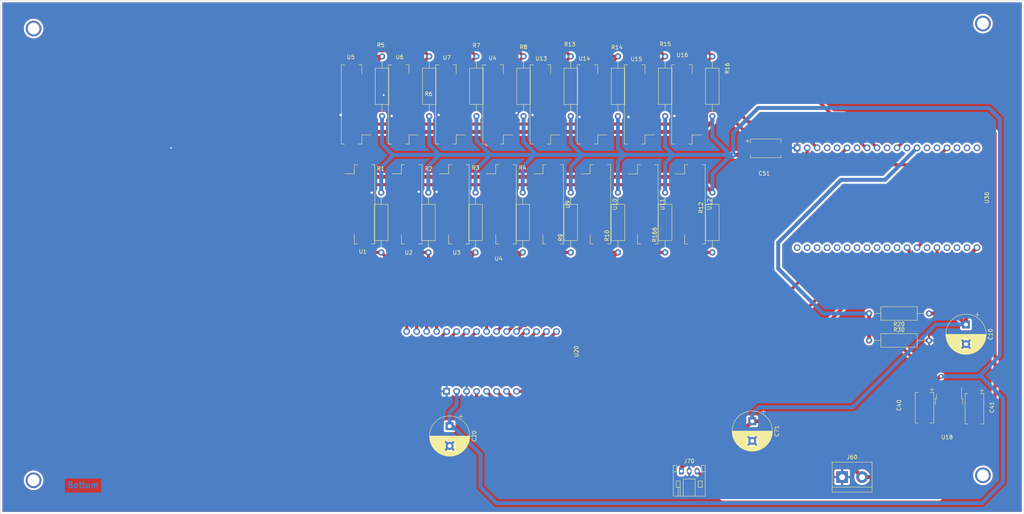
<source format=kicad_pcb>
(kicad_pcb (version 20171130) (host pcbnew "(5.1.6)-1")
  (layers (0 F.Cu signal) (31 B.Cu signal) (34 B.Paste user hide) (35 F.Paste user hide) (36 B.SilkS user) (37 F.SilkS user) (38 B.Mask user hide) (39 F.Mask user hide) (44 Edge.Cuts user))
  (net 0 "")
  (net 1 +5V)
  (net 2 GND)
  (net 3 +3V3)
  (net 4 DIn)
  (net 5 SDA9)
  (net 6 SDA8)
  (net 7 SDA7)
  (net 8 SDA6)
  (net 9 SDA5)
  (net 10 SDA4)
  (net 11 SDA3)
  (net 12 SDA2)
  (net 13 SDA1)
  (net 14 BatLevel)
  (net 15 SDA16)
  (net 16 SDA15)
  (net 17 SDA14)
  (net 18 SDA13)
  (net 19 SDA12)
  (net 20 SDA11)
  (net 21 SDA10)
  (net 22 SCK)
  (net 23 MOSI)
  (net 24 MISO)
  (net 25 "Net-(U1-Pad4)")
  (net 26 RST)
  (net 27 "Net-(U2-Pad4)")
  (net 28 "Net-(U3-Pad4)")
  (net 29 "Net-(U4-Pad4)")
  (net 30 "Net-(U5-Pad4)")
  (net 31 "Net-(U6-Pad4)")
  (net 32 "Net-(U7-Pad4)")
  (net 33 "Net-(U8-Pad4)")
  (net 34 "Net-(U9-Pad4)")
  (net 35 "Net-(U11-Pad4)")
  (net 36 "Net-(U12-Pad4)")
  (net 37 "Net-(U13-Pad4)")
  (net 38 "Net-(U14-Pad4)")
  (net 39 "Net-(U15-Pad4)")
  (net 40 "Net-(U16-Pad4)")
  (net 41 MUX2)
  (net 42 "Net-(U10-Pad4)")
  (net 43 MUX1)
  (net 44 MUX0)
  (net 45 MUX3)
  (net 46 SDA)
  (net 47 "Net-(U30-Pad19)")
  (net 48 "Net-(U30-Pad4)")
  (net 49 "Net-(U30-Pad15)")
  (net 50 "Net-(U30-Pad10)")
  (net 51 "Net-(U30-Pad6)")
  (net 52 "Net-(U30-Pad13)")
  (net 53 "Net-(U30-Pad9)")
  (net 54 "Net-(U30-Pad18)")
  (net 55 "Net-(U30-Pad16)")
  (net 56 "Net-(U30-Pad14)")
  (net 57 "Net-(U30-Pad2)")
  (net 58 "Net-(U30-Pad11)")
  (net 59 "Net-(U30-Pad3)")
  (net 60 "Net-(U30-Pad17)")
  (net 61 "Net-(U30-Pad12)")
  (net 62 "Net-(U30-Pad33)")
  (net 63 "Net-(U30-Pad36)")
  (net 64 "Net-(U30-Pad29)")
  (net 65 "Net-(U30-Pad37)")
  (net 66 "Net-(U30-Pad24)")
  (net 67 "Net-(U30-Pad38)")
  (net 68 "Net-(U30-Pad23)")
  (net 69 "Net-(U30-Pad31)")
  (net 70 "Net-(U30-Pad34)")
  (net 71 "Net-(U30-Pad26)")
  (module RFID_Multiplexeur_Kicad_final:ESP32_DEV_KIT (layer F.Cu) (at 264.922 68.072 270)
    (fp_text reference U30 (at 0 -2.54 90) (layer F.SilkS))
    (fp_text value ESP32_DEV_KIT)
    (pad 8 thru_hole oval (at 12.7 17.78 270) (size 1.7 1.7) (drill 1) (layers *.Cu *.Mask) (net 41 MUX2))
    (pad 19 thru_hole oval (at 12.7 45.72 270) (size 1.7 1.7) (drill 1) (layers *.Cu *.Mask) (net 47 "Net-(U30-Pad19)"))
    (pad 4 thru_hole oval (at 12.7 7.62 270) (size 1.7 1.7) (drill 1) (layers *.Cu *.Mask) (net 48 "Net-(U30-Pad4)"))
    (pad 15 thru_hole oval (at 12.7 35.56 270) (size 1.7 1.7) (drill 1) (layers *.Cu *.Mask) (net 49 "Net-(U30-Pad15)"))
    (pad 10 thru_hole oval (at 12.7 22.86 270) (size 1.7 1.7) (drill 1) (layers *.Cu *.Mask) (net 50 "Net-(U30-Pad10)"))
    (pad 6 thru_hole oval (at 12.7 12.7 270) (size 1.7 1.7) (drill 1) (layers *.Cu *.Mask) (net 51 "Net-(U30-Pad6)"))
    (pad 13 thru_hole oval (at 12.7 30.48 270) (size 1.7 1.7) (drill 1) (layers *.Cu *.Mask) (net 52 "Net-(U30-Pad13)"))
    (pad 5 thru_hole oval (at 12.7 10.16 270) (size 1.7 1.7) (drill 1) (layers *.Cu *.Mask) (net 43 MUX1))
    (pad 9 thru_hole oval (at 12.7 20.32 270) (size 1.7 1.7) (drill 1) (layers *.Cu *.Mask) (net 53 "Net-(U30-Pad9)"))
    (pad 18 thru_hole oval (at 12.7 43.18 270) (size 1.7 1.7) (drill 1) (layers *.Cu *.Mask) (net 54 "Net-(U30-Pad18)"))
    (pad 16 thru_hole oval (at 12.7 38.1 270) (size 1.7 1.7) (drill 1) (layers *.Cu *.Mask) (net 55 "Net-(U30-Pad16)"))
    (pad 14 thru_hole oval (at 12.7 33.02 270) (size 1.7 1.7) (drill 1) (layers *.Cu *.Mask) (net 56 "Net-(U30-Pad14)"))
    (pad 2 thru_hole oval (at 12.7 2.54 270) (size 1.7 1.7) (drill 1) (layers *.Cu *.Mask) (net 57 "Net-(U30-Pad2)"))
    (pad 11 thru_hole oval (at 12.7 25.4 270) (size 1.7 1.7) (drill 1) (layers *.Cu *.Mask) (net 58 "Net-(U30-Pad11)"))
    (pad 3 thru_hole oval (at 12.7 5.08 270) (size 1.7 1.7) (drill 1) (layers *.Cu *.Mask) (net 59 "Net-(U30-Pad3)"))
    (pad 7 thru_hole oval (at 12.7 15.24 270) (size 1.7 1.7) (drill 1) (layers *.Cu *.Mask) (net 44 MUX0))
    (pad 17 thru_hole oval (at 12.7 40.64 270) (size 1.7 1.7) (drill 1) (layers *.Cu *.Mask) (net 60 "Net-(U30-Pad17)"))
    (pad 12 thru_hole oval (at 12.7 27.94 270) (size 1.7 1.7) (drill 1) (layers *.Cu *.Mask) (net 61 "Net-(U30-Pad12)"))
    (pad 1 thru_hole oval (at 12.7 0 270) (size 1.7 1.7) (drill 1) (layers *.Cu *.Mask) (net 1 +5V))
    (pad 33 thru_hole oval (at -12.7 12.7 270) (size 1.7 1.7) (drill 1) (layers *.Cu *.Mask) (net 62 "Net-(U30-Pad33)"))
    (pad 36 thru_hole oval (at -12.7 5.08 270) (size 1.7 1.7) (drill 1) (layers *.Cu *.Mask) (net 63 "Net-(U30-Pad36)"))
    (pad 29 thru_hole oval (at -12.7 22.86 270) (size 1.7 1.7) (drill 1) (layers *.Cu *.Mask) (net 64 "Net-(U30-Pad29)"))
    (pad 37 thru_hole oval (at -12.7 2.54 270) (size 1.7 1.7) (drill 1) (layers *.Cu *.Mask) (net 65 "Net-(U30-Pad37)"))
    (pad 22 thru_hole oval (at -12.7 40.64 270) (size 1.7 1.7) (drill 1) (layers *.Cu *.Mask) (net 26 RST))
    (pad 24 thru_hole oval (at -12.7 35.56 270) (size 1.7 1.7) (drill 1) (layers *.Cu *.Mask) (net 66 "Net-(U30-Pad24)"))
    (pad 35 thru_hole oval (at -12.7 7.62 270) (size 1.7 1.7) (drill 1) (layers *.Cu *.Mask) (net 45 MUX3))
    (pad 27 thru_hole oval (at -12.7 27.94 270) (size 1.7 1.7) (drill 1) (layers *.Cu *.Mask) (net 24 MISO))
    (pad 38 thru_hole oval (at -12.7 0 270) (size 1.7 1.7) (drill 1) (layers *.Cu *.Mask) (net 67 "Net-(U30-Pad38)"))
    (pad 23 thru_hole oval (at -12.7 38.1 270) (size 1.7 1.7) (drill 1) (layers *.Cu *.Mask) (net 68 "Net-(U30-Pad23)"))
    (pad 31 thru_hole oval (at -12.7 17.78 270) (size 1.7 1.7) (drill 1) (layers *.Cu *.Mask) (net 69 "Net-(U30-Pad31)"))
    (pad 30 thru_hole oval (at -12.7 20.32 270) (size 1.7 1.7) (drill 1) (layers *.Cu *.Mask) (net 4 DIn))
    (pad 32 thru_hole oval (at -12.7 15.24 270) (size 1.7 1.7) (drill 1) (layers *.Cu *.Mask) (net 14 BatLevel))
    (pad 21 thru_hole oval (at -12.7 43.18 270) (size 1.7 1.7) (drill 1) (layers *.Cu *.Mask) (net 23 MOSI))
    (pad 34 thru_hole oval (at -12.7 10.16 270) (size 1.7 1.7) (drill 1) (layers *.Cu *.Mask) (net 70 "Net-(U30-Pad34)"))
    (pad 28 thru_hole oval (at -12.7 25.4 270) (size 1.7 1.7) (drill 1) (layers *.Cu *.Mask) (net 22 SCK))
    (pad 26 thru_hole oval (at -12.7 30.48 270) (size 1.7 1.7) (drill 1) (layers *.Cu *.Mask) (net 71 "Net-(U30-Pad26)"))
    (pad 20 thru_hole rect (at -12.7 45.72 270) (size 1.7 1.7) (drill 1) (layers *.Cu *.Mask) (net 2 GND))
    (pad 25 thru_hole oval (at -12.7 33.02 270) (size 1.7 1.7) (drill 1) (layers *.Cu *.Mask) (net 46 SDA))
  )
  (module Connector_JST:JST_PH_B8B-PH-SM4-TB_1x08-1MP_P2.00mm_Vertical (layer F.Cu) (at 107.62 44.318 90)
    (fp_text reference U5 (at 12.06 -1.956 180) (layer F.SilkS))
    (fp_text value RF_RFID_RC522)
    (pad MP smd roundrect (at 9.4 -1.75 90) (size 1.6 3) (layers F.Cu F.Paste F.Mask) (roundrect_rratio 0.15625))
    (pad MP smd roundrect (at -9.4 -1.75 90) (size 1.6 3) (layers F.Cu F.Paste F.Mask) (roundrect_rratio 0.15625))
    (pad 8 smd roundrect (at 7 0.5 90) (size 1 5.5) (layers F.Cu F.Paste F.Mask) (net 9 SDA5))
    (pad 7 smd roundrect (at 5 0.5 90) (size 1 5.5) (layers F.Cu F.Paste F.Mask) (net 22 SCK))
    (pad 6 smd roundrect (at 3 0.5 90) (size 1 5.5) (layers F.Cu F.Paste F.Mask) (net 23 MOSI))
    (pad 5 smd roundrect (at 1 0.5 90) (size 1 5.5) (layers F.Cu F.Paste F.Mask) (net 24 MISO))
    (pad 4 smd roundrect (at -1 0.5 90) (size 1 5.5) (layers F.Cu F.Paste F.Mask) (net 30 "Net-(U5-Pad4)"))
    (pad 3 smd roundrect (at -3 0.5 90) (size 1 5.5) (layers F.Cu F.Paste F.Mask) (net 2 GND))
    (pad 2 smd roundrect (at -5 0.5 90) (size 1 5.5) (layers F.Cu F.Paste F.Mask) (net 26 RST))
    (pad 1 smd roundrect (at -7 0.5 90) (size 1 5.5) (layers F.Cu F.Paste F.Mask) (net 3 +3V3))
  )
  (module Connector_JST:JST_PH_B8B-PH-SM4-TB_1x08-1MP_P2.00mm_Vertical (layer F.Cu) (at 119.62 44.318 90)
    (fp_text reference U6 (at 12.06 -1.51 180) (layer F.SilkS))
    (fp_text value RF_RFID_RC522)
    (pad 1 smd roundrect (at -7 0.5 90) (size 1 5.5) (layers F.Cu F.Paste F.Mask) (net 3 +3V3))
    (pad 2 smd roundrect (at -5 0.5 90) (size 1 5.5) (layers F.Cu F.Paste F.Mask) (net 26 RST))
    (pad 3 smd roundrect (at -3 0.5 90) (size 1 5.5) (layers F.Cu F.Paste F.Mask) (net 2 GND))
    (pad 4 smd roundrect (at -1 0.5 90) (size 1 5.5) (layers F.Cu F.Paste F.Mask) (net 31 "Net-(U6-Pad4)"))
    (pad 5 smd roundrect (at 1 0.5 90) (size 1 5.5) (layers F.Cu F.Paste F.Mask) (net 24 MISO))
    (pad 6 smd roundrect (at 3 0.5 90) (size 1 5.5) (layers F.Cu F.Paste F.Mask) (net 23 MOSI))
    (pad 7 smd roundrect (at 5 0.5 90) (size 1 5.5) (layers F.Cu F.Paste F.Mask) (net 22 SCK))
    (pad 8 smd roundrect (at 7 0.5 90) (size 1 5.5) (layers F.Cu F.Paste F.Mask) (net 8 SDA6))
    (pad MP smd roundrect (at -9.4 -1.75 90) (size 1.6 3) (layers F.Cu F.Paste F.Mask) (roundrect_rratio 0.15625))
    (pad MP smd roundrect (at 9.4 -1.75 90) (size 1.6 3) (layers F.Cu F.Paste F.Mask) (roundrect_rratio 0.15625))
  )
  (module RFID_Multiplexeur_Kicad_final:CP_Radial_D10.0mm_P5.00mm (layer F.Cu) (at 207.772 124.968 270)
    (fp_text reference C71 (at 2.5 -6.25 90) (layer F.SilkS))
    (fp_text value C)
    (pad 2 thru_hole circle (at 5 0 270) (size 2 2) (drill 1) (layers *.Cu *.Mask) (net 2 GND))
    (pad 1 thru_hole rect (at 0 0 270) (size 2 2) (drill 1) (layers *.Cu *.Mask) (net 1 +5V))
  )
  (module RFID_Multiplexeur_Kicad_final:CP_220uF_Eirbot (layer F.Cu) (at 210.82 55.626)
    (fp_text reference C51 (at 0 6.25) (layer F.SilkS))
    (fp_text value C)
    (pad 2 smd roundrect (at 4.25 0) (size 3 2.5) (layers F.Cu F.Paste F.Mask) (roundrect_rratio 0.1) (net 2 GND))
    (pad 1 smd roundrect (at -3.5 0) (size 3 2.5) (layers F.Cu F.Paste F.Mask) (roundrect_rratio 0.1) (net 3 +3V3))
  )
  (module RFID_Multiplexeur_Kicad_final:CP_220uF_Eirbot (layer F.Cu) (at 264.16 121.412 270)
    (fp_text reference C41 (at 0 -4.572 90) (layer F.SilkS))
    (fp_text value C)
    (pad 1 smd roundrect (at -3.5 0 270) (size 3 2.5) (layers F.Cu F.Paste F.Mask) (roundrect_rratio 0.1) (net 1 +5V))
    (pad 2 smd roundrect (at 4.25 0 270) (size 3 2.5) (layers F.Cu F.Paste F.Mask) (roundrect_rratio 0.1) (net 2 GND))
  )
  (module RFID_Multiplexeur_Kicad_final:CP_220uF_Eirbot (layer F.Cu) (at 251.46 121.158 270)
    (fp_text reference C40 (at -0.254 6.35 90) (layer F.SilkS))
    (fp_text value C)
    (pad 1 smd roundrect (at -3.5 0 270) (size 3 2.5) (layers F.Cu F.Paste F.Mask) (roundrect_rratio 0.1) (net 3 +3V3))
    (pad 2 smd roundrect (at 4.25 0 270) (size 3 2.5) (layers F.Cu F.Paste F.Mask) (roundrect_rratio 0.1) (net 2 GND))
  )
  (module Capacitor_THT:CP_Radial_D10.0mm_P5.00mm (layer F.Cu) (at 262.128 100.33 270)
    (fp_text reference C10 (at 2.5 -6.25 90) (layer F.SilkS))
    (fp_text value C)
    (pad 1 thru_hole rect (at 0 0 270) (size 2 2) (drill 1) (layers *.Cu *.Mask) (net 1 +5V))
    (pad 2 thru_hole circle (at 5 0 270) (size 2 2) (drill 1) (layers *.Cu *.Mask) (net 2 GND))
  )
  (module Capacitor_THT:CP_Radial_D10.0mm_P5.00mm (layer F.Cu) (at 130.81 126.238 270)
    (fp_text reference C20 (at 2.5 -6.25 90) (layer F.SilkS))
    (fp_text value C)
    (pad 1 thru_hole rect (at 0 0 270) (size 2 2) (drill 1) (layers *.Cu *.Mask) (net 3 +3V3))
    (pad 2 thru_hole circle (at 5 0 270) (size 2 2) (drill 1) (layers *.Cu *.Mask) (net 2 GND))
  )
  (module TerminalBlock:TerminalBlock_bornier-2_P5.08mm (layer F.Cu) (at 230.632 139.192)
    (fp_text reference J60 (at 2.54 -5.08) (layer F.SilkS))
    (fp_text value Conn_01x02_Male)
    (pad 1 thru_hole rect (at 0 0) (size 3 3) (drill 1.52) (layers *.Cu *.Mask) (net 2 GND))
    (pad 2 thru_hole circle (at 5.08 0) (size 3 3) (drill 1.52) (layers *.Cu *.Mask) (net 1 +5V))
  )
  (module Connector_JST:JST_PH_S3B-PH-K_1x03_P2.00mm_Horizontal (layer F.Cu) (at 189.738 137.668)
    (fp_text reference J70 (at 2 -2.55) (layer F.SilkS))
    (fp_text value Conn_01x03_Male)
    (pad 1 thru_hole roundrect (at 0 0) (size 1.2 1.75) (drill 0.75) (layers *.Cu *.Mask) (roundrect_rratio 0.208333) (net 1 +5V))
    (pad 2 thru_hole oval (at 2 0) (size 1.2 1.75) (drill 0.75) (layers *.Cu *.Mask) (net 2 GND))
    (pad 3 thru_hole oval (at 4 0) (size 1.2 1.75) (drill 0.75) (layers *.Cu *.Mask) (net 4 DIn))
  )
  (module Resistor_THT:R_Axial_DIN0309_L9.0mm_D3.2mm_P15.24mm_Horizontal (layer F.Cu) (at 161.62 66.746 270)
    (fp_text reference R9 (at 11.484 2.578 90) (layer F.SilkS))
    (fp_text value R)
    (pad 1 thru_hole circle (at 0 0 270) (size 1.6 1.6) (drill 0.8) (layers *.Cu *.Mask) (net 3 +3V3))
    (pad 2 thru_hole oval (at 15.24 0 270) (size 1.6 1.6) (drill 0.8) (layers *.Cu *.Mask) (net 5 SDA9))
  )
  (module Resistor_THT:R_Axial_DIN0309_L9.0mm_D3.2mm_P15.24mm_Horizontal (layer F.Cu) (at 149.62 47.318 90)
    (fp_text reference R8 (at 17.6 -0.014 180) (layer F.SilkS))
    (fp_text value R)
    (pad 1 thru_hole circle (at 0 0 90) (size 1.6 1.6) (drill 0.8) (layers *.Cu *.Mask) (net 3 +3V3))
    (pad 2 thru_hole oval (at 15.24 0 90) (size 1.6 1.6) (drill 0.8) (layers *.Cu *.Mask) (net 6 SDA8))
  )
  (module Resistor_THT:R_Axial_DIN0309_L9.0mm_D3.2mm_P15.24mm_Horizontal (layer F.Cu) (at 137.62 47.318 90)
    (fp_text reference R7 (at 18.034 0 180) (layer F.SilkS))
    (fp_text value R)
    (pad 2 thru_hole oval (at 15.24 0 90) (size 1.6 1.6) (drill 0.8) (layers *.Cu *.Mask) (net 7 SDA7))
    (pad 1 thru_hole circle (at 0 0 90) (size 1.6 1.6) (drill 0.8) (layers *.Cu *.Mask) (net 3 +3V3))
  )
  (module Resistor_THT:R_Axial_DIN0309_L9.0mm_D3.2mm_P15.24mm_Horizontal (layer F.Cu) (at 125.62 47.318 90)
    (fp_text reference R6 (at 5.662 -0.144 180) (layer F.SilkS))
    (fp_text value R)
    (pad 1 thru_hole circle (at 0 0 90) (size 1.6 1.6) (drill 0.8) (layers *.Cu *.Mask) (net 3 +3V3))
    (pad 2 thru_hole oval (at 15.24 0 90) (size 1.6 1.6) (drill 0.8) (layers *.Cu *.Mask) (net 8 SDA6))
  )
  (module Resistor_THT:R_Axial_DIN0309_L9.0mm_D3.2mm_P15.24mm_Horizontal (layer F.Cu) (at 113.62 47.318 90)
    (fp_text reference R5 (at 18.108 -0.336 180) (layer F.SilkS))
    (fp_text value R)
    (pad 2 thru_hole oval (at 15.24 0 90) (size 1.6 1.6) (drill 0.8) (layers *.Cu *.Mask) (net 9 SDA5))
    (pad 1 thru_hole circle (at 0 0 90) (size 1.6 1.6) (drill 0.8) (layers *.Cu *.Mask) (net 3 +3V3))
  )
  (module Resistor_THT:R_Axial_DIN0309_L9.0mm_D3.2mm_P15.24mm_Horizontal (layer F.Cu) (at 149.404 66.746 270)
    (fp_text reference R4 (at -6.294 0.052 180) (layer F.SilkS))
    (fp_text value R)
    (pad 2 thru_hole oval (at 15.24 0 270) (size 1.6 1.6) (drill 0.8) (layers *.Cu *.Mask) (net 10 SDA4))
    (pad 1 thru_hole circle (at 0 0 270) (size 1.6 1.6) (drill 0.8) (layers *.Cu *.Mask) (net 3 +3V3))
  )
  (module Resistor_THT:R_Axial_DIN0309_L9.0mm_D3.2mm_P15.24mm_Horizontal (layer F.Cu) (at 137.404 66.746 270)
    (fp_text reference R3 (at -6.294 -0.01 180) (layer F.SilkS))
    (fp_text value R)
    (pad 1 thru_hole circle (at 0 0 270) (size 1.6 1.6) (drill 0.8) (layers *.Cu *.Mask) (net 3 +3V3))
    (pad 2 thru_hole oval (at 15.24 0 270) (size 1.6 1.6) (drill 0.8) (layers *.Cu *.Mask) (net 11 SDA3))
  )
  (module Resistor_THT:R_Axial_DIN0309_L9.0mm_D3.2mm_P15.24mm_Horizontal (layer F.Cu) (at 125.404 66.746 270)
    (fp_text reference R2 (at -6.04 -0.072 180) (layer F.SilkS))
    (fp_text value R)
    (pad 2 thru_hole oval (at 15.24 0 270) (size 1.6 1.6) (drill 0.8) (layers *.Cu *.Mask) (net 12 SDA2))
    (pad 1 thru_hole circle (at 0 0 270) (size 1.6 1.6) (drill 0.8) (layers *.Cu *.Mask) (net 3 +3V3))
  )
  (module Resistor_THT:R_Axial_DIN0309_L9.0mm_D3.2mm_P15.24mm_Horizontal (layer F.Cu) (at 113.404 66.746 270)
    (fp_text reference R1 (at -6.04 0.12 180) (layer F.SilkS))
    (fp_text value R)
    (pad 1 thru_hole circle (at 0 0 270) (size 1.6 1.6) (drill 0.8) (layers *.Cu *.Mask) (net 3 +3V3))
    (pad 2 thru_hole oval (at 15.24 0 270) (size 1.6 1.6) (drill 0.8) (layers *.Cu *.Mask) (net 13 SDA1))
  )
  (module Resistor_THT:R_Axial_DIN0309_L9.0mm_D3.2mm_P15.24mm_Horizontal (layer F.Cu) (at 252.73 97.536 180)
    (fp_text reference R20 (at 7.62 -2.72) (layer F.SilkS))
    (fp_text value Device_R)
    (pad 1 thru_hole circle (at 0 0 180) (size 1.6 1.6) (drill 0.8) (layers *.Cu *.Mask) (net 1 +5V))
    (pad 2 thru_hole oval (at 15.24 0 180) (size 1.6 1.6) (drill 0.8) (layers *.Cu *.Mask) (net 14 BatLevel))
  )
  (module Resistor_THT:R_Axial_DIN0309_L9.0mm_D3.2mm_P15.24mm_Horizontal (layer F.Cu) (at 237.49 104.394)
    (fp_text reference R30 (at 7.62 -2.72) (layer F.SilkS))
    (fp_text value Device_R)
    (pad 2 thru_hole oval (at 15.24 0) (size 1.6 1.6) (drill 0.8) (layers *.Cu *.Mask) (net 2 GND))
    (pad 1 thru_hole circle (at 0 0) (size 1.6 1.6) (drill 0.8) (layers *.Cu *.Mask) (net 14 BatLevel))
  )
  (module Resistor_THT:R_Axial_DIN0309_L9.0mm_D3.2mm_P15.24mm_Horizontal (layer F.Cu) (at 197.62 47.318 90)
    (fp_text reference R16 (at 12.192 3.81 90) (layer F.SilkS))
    (fp_text value R)
    (pad 2 thru_hole oval (at 15.24 0 90) (size 1.6 1.6) (drill 0.8) (layers *.Cu *.Mask) (net 15 SDA16))
    (pad 1 thru_hole circle (at 0 0 90) (size 1.6 1.6) (drill 0.8) (layers *.Cu *.Mask) (net 3 +3V3))
  )
  (module Resistor_THT:R_Axial_DIN0309_L9.0mm_D3.2mm_P15.24mm_Horizontal (layer F.Cu) (at 185.62 47.318 90)
    (fp_text reference R15 (at 18.362 0.054 180) (layer F.SilkS))
    (fp_text value R)
    (pad 2 thru_hole oval (at 15.24 0 90) (size 1.6 1.6) (drill 0.8) (layers *.Cu *.Mask) (net 16 SDA15))
    (pad 1 thru_hole circle (at 0 0 90) (size 1.6 1.6) (drill 0.8) (layers *.Cu *.Mask) (net 3 +3V3))
  )
  (module Resistor_THT:R_Axial_DIN0309_L9.0mm_D3.2mm_P15.24mm_Horizontal (layer F.Cu) (at 173.62 47.318 90)
    (fp_text reference R14 (at 17.526 -0.254 180) (layer F.SilkS))
    (fp_text value R)
    (pad 1 thru_hole circle (at 0 0 90) (size 1.6 1.6) (drill 0.8) (layers *.Cu *.Mask) (net 3 +3V3))
    (pad 2 thru_hole oval (at 15.24 0 90) (size 1.6 1.6) (drill 0.8) (layers *.Cu *.Mask) (net 17 SDA14))
  )
  (module Resistor_THT:R_Axial_DIN0309_L9.0mm_D3.2mm_P15.24mm_Horizontal (layer F.Cu) (at 161.62 47.318 90)
    (fp_text reference R13 (at 18.288 -0.254 180) (layer F.SilkS))
    (fp_text value R)
    (pad 1 thru_hole circle (at 0 0 90) (size 1.6 1.6) (drill 0.8) (layers *.Cu *.Mask) (net 3 +3V3))
    (pad 2 thru_hole oval (at 15.24 0 90) (size 1.6 1.6) (drill 0.8) (layers *.Cu *.Mask) (net 18 SDA13))
  )
  (module Resistor_THT:R_Axial_DIN0309_L9.0mm_D3.2mm_P15.24mm_Horizontal (layer F.Cu) (at 197.62 66.746 270)
    (fp_text reference R12 (at 3.864 2.89 90) (layer F.SilkS))
    (fp_text value R)
    (pad 2 thru_hole oval (at 15.24 0 270) (size 1.6 1.6) (drill 0.8) (layers *.Cu *.Mask) (net 19 SDA12))
    (pad 1 thru_hole circle (at 0 0 270) (size 1.6 1.6) (drill 0.8) (layers *.Cu *.Mask) (net 3 +3V3))
  )
  (module Resistor_THT:R_Axial_DIN0309_L9.0mm_D3.2mm_P15.24mm_Horizontal (layer F.Cu) (at 185.62 66.746 270)
    (fp_text reference R166 (at 10.722 2.664 90) (layer F.SilkS))
    (fp_text value R)
    (pad 1 thru_hole circle (at 0 0 270) (size 1.6 1.6) (drill 0.8) (layers *.Cu *.Mask) (net 3 +3V3))
    (pad 2 thru_hole oval (at 15.24 0 270) (size 1.6 1.6) (drill 0.8) (layers *.Cu *.Mask) (net 20 SDA11))
  )
  (module Resistor_THT:R_Axial_DIN0309_L9.0mm_D3.2mm_P15.24mm_Horizontal (layer F.Cu) (at 173.62 66.746 270)
    (fp_text reference R10 (at 10.976 2.804 90) (layer F.SilkS))
    (fp_text value R)
    (pad 2 thru_hole oval (at 15.24 0 270) (size 1.6 1.6) (drill 0.8) (layers *.Cu *.Mask) (net 21 SDA10))
    (pad 1 thru_hole circle (at 0 0 270) (size 1.6 1.6) (drill 0.8) (layers *.Cu *.Mask) (net 3 +3V3))
  )
  (module Connector_JST:JST_PH_B8B-PH-SM4-TB_1x08-1MP_P2.00mm_Vertical (layer F.Cu) (at 107.404 69.746 270)
    (fp_text reference U1 (at 12.042 -1.308 180) (layer F.SilkS))
    (fp_text value RF_RFID_RC522)
    (pad MP smd roundrect (at 9.4 -1.75 270) (size 1.6 3) (layers F.Cu F.Paste F.Mask) (roundrect_rratio 0.15625))
    (pad MP smd roundrect (at -9.4 -1.75 270) (size 1.6 3) (layers F.Cu F.Paste F.Mask) (roundrect_rratio 0.15625))
    (pad 8 smd roundrect (at 7 0.5 270) (size 1 5.5) (layers F.Cu F.Paste F.Mask) (net 13 SDA1))
    (pad 7 smd roundrect (at 5 0.5 270) (size 1 5.5) (layers F.Cu F.Paste F.Mask) (net 22 SCK))
    (pad 6 smd roundrect (at 3 0.5 270) (size 1 5.5) (layers F.Cu F.Paste F.Mask) (net 23 MOSI))
    (pad 5 smd roundrect (at 1 0.5 270) (size 1 5.5) (layers F.Cu F.Paste F.Mask) (net 24 MISO))
    (pad 4 smd roundrect (at -1 0.5 270) (size 1 5.5) (layers F.Cu F.Paste F.Mask) (net 25 "Net-(U1-Pad4)"))
    (pad 3 smd roundrect (at -3 0.5 270) (size 1 5.5) (layers F.Cu F.Paste F.Mask) (net 2 GND))
    (pad 2 smd roundrect (at -5 0.5 270) (size 1 5.5) (layers F.Cu F.Paste F.Mask) (net 26 RST))
    (pad 1 smd roundrect (at -7 0.5 270) (size 1 5.5) (layers F.Cu F.Paste F.Mask) (net 3 +3V3))
  )
  (module Connector_JST:JST_PH_B8B-PH-SM4-TB_1x08-1MP_P2.00mm_Vertical (layer F.Cu) (at 119.404 69.746 270)
    (fp_text reference U2 (at 12.296 -0.992 180) (layer F.SilkS))
    (fp_text value RF_RFID_RC522)
    (pad 1 smd roundrect (at -7 0.5 270) (size 1 5.5) (layers F.Cu F.Paste F.Mask) (net 3 +3V3))
    (pad 2 smd roundrect (at -5 0.5 270) (size 1 5.5) (layers F.Cu F.Paste F.Mask) (net 26 RST))
    (pad 3 smd roundrect (at -3 0.5 270) (size 1 5.5) (layers F.Cu F.Paste F.Mask) (net 2 GND))
    (pad 4 smd roundrect (at -1 0.5 270) (size 1 5.5) (layers F.Cu F.Paste F.Mask) (net 27 "Net-(U2-Pad4)"))
    (pad 5 smd roundrect (at 1 0.5 270) (size 1 5.5) (layers F.Cu F.Paste F.Mask) (net 24 MISO))
    (pad 6 smd roundrect (at 3 0.5 270) (size 1 5.5) (layers F.Cu F.Paste F.Mask) (net 23 MOSI))
    (pad 7 smd roundrect (at 5 0.5 270) (size 1 5.5) (layers F.Cu F.Paste F.Mask) (net 22 SCK))
    (pad 8 smd roundrect (at 7 0.5 270) (size 1 5.5) (layers F.Cu F.Paste F.Mask) (net 12 SDA2))
    (pad MP smd roundrect (at -9.4 -1.75 270) (size 1.6 3) (layers F.Cu F.Paste F.Mask) (roundrect_rratio 0.15625))
    (pad MP smd roundrect (at 9.4 -1.75 270) (size 1.6 3) (layers F.Cu F.Paste F.Mask) (roundrect_rratio 0.15625))
  )
  (module Connector_JST:JST_PH_B8B-PH-SM4-TB_1x08-1MP_P2.00mm_Vertical (layer F.Cu) (at 131.404 69.746 270)
    (fp_text reference U3 (at 12.296 -1.184 180) (layer F.SilkS))
    (fp_text value RF_RFID_RC522)
    (pad MP smd roundrect (at 9.4 -1.75 270) (size 1.6 3) (layers F.Cu F.Paste F.Mask) (roundrect_rratio 0.15625))
    (pad MP smd roundrect (at -9.4 -1.75 270) (size 1.6 3) (layers F.Cu F.Paste F.Mask) (roundrect_rratio 0.15625))
    (pad 8 smd roundrect (at 7 0.5 270) (size 1 5.5) (layers F.Cu F.Paste F.Mask) (net 11 SDA3))
    (pad 7 smd roundrect (at 5 0.5 270) (size 1 5.5) (layers F.Cu F.Paste F.Mask) (net 22 SCK))
    (pad 6 smd roundrect (at 3 0.5 270) (size 1 5.5) (layers F.Cu F.Paste F.Mask) (net 23 MOSI))
    (pad 5 smd roundrect (at 1 0.5 270) (size 1 5.5) (layers F.Cu F.Paste F.Mask) (net 24 MISO))
    (pad 4 smd roundrect (at -1 0.5 270) (size 1 5.5) (layers F.Cu F.Paste F.Mask) (net 28 "Net-(U3-Pad4)"))
    (pad 3 smd roundrect (at -3 0.5 270) (size 1 5.5) (layers F.Cu F.Paste F.Mask) (net 2 GND))
    (pad 2 smd roundrect (at -5 0.5 270) (size 1 5.5) (layers F.Cu F.Paste F.Mask) (net 26 RST))
    (pad 1 smd roundrect (at -7 0.5 270) (size 1 5.5) (layers F.Cu F.Paste F.Mask) (net 3 +3V3))
  )
  (module Connector_JST:JST_PH_B8B-PH-SM4-TB_1x08-1MP_P2.00mm_Vertical (layer F.Cu) (at 143.404 69.746 270)
    (fp_text reference U4 (at 13.82 0.148 180) (layer F.SilkS))
    (fp_text value RF_RFID_RC522)
    (pad 1 smd roundrect (at -7 0.5 270) (size 1 5.5) (layers F.Cu F.Paste F.Mask) (net 3 +3V3))
    (pad 2 smd roundrect (at -5 0.5 270) (size 1 5.5) (layers F.Cu F.Paste F.Mask) (net 26 RST))
    (pad 3 smd roundrect (at -3 0.5 270) (size 1 5.5) (layers F.Cu F.Paste F.Mask) (net 2 GND))
    (pad 4 smd roundrect (at -1 0.5 270) (size 1 5.5) (layers F.Cu F.Paste F.Mask) (net 29 "Net-(U4-Pad4)"))
    (pad 5 smd roundrect (at 1 0.5 270) (size 1 5.5) (layers F.Cu F.Paste F.Mask) (net 24 MISO))
    (pad 6 smd roundrect (at 3 0.5 270) (size 1 5.5) (layers F.Cu F.Paste F.Mask) (net 23 MOSI))
    (pad 7 smd roundrect (at 5 0.5 270) (size 1 5.5) (layers F.Cu F.Paste F.Mask) (net 22 SCK))
    (pad 8 smd roundrect (at 7 0.5 270) (size 1 5.5) (layers F.Cu F.Paste F.Mask) (net 10 SDA4))
    (pad MP smd roundrect (at -9.4 -1.75 270) (size 1.6 3) (layers F.Cu F.Paste F.Mask) (roundrect_rratio 0.15625))
    (pad MP smd roundrect (at 9.4 -1.75 270) (size 1.6 3) (layers F.Cu F.Paste F.Mask) (roundrect_rratio 0.15625))
  )
  (module Connector_JST:JST_PH_B8B-PH-SM4-TB_1x08-1MP_P2.00mm_Vertical (layer F.Cu) (at 131.62 44.318 90)
    (fp_text reference U7 (at 11.938 -1.524 180) (layer F.SilkS))
    (fp_text value RF_RFID_RC522)
    (pad MP smd roundrect (at 9.4 -1.75 90) (size 1.6 3) (layers F.Cu F.Paste F.Mask) (roundrect_rratio 0.15625))
    (pad MP smd roundrect (at -9.4 -1.75 90) (size 1.6 3) (layers F.Cu F.Paste F.Mask) (roundrect_rratio 0.15625))
    (pad 8 smd roundrect (at 7 0.5 90) (size 1 5.5) (layers F.Cu F.Paste F.Mask) (net 7 SDA7))
    (pad 7 smd roundrect (at 5 0.5 90) (size 1 5.5) (layers F.Cu F.Paste F.Mask) (net 22 SCK))
    (pad 6 smd roundrect (at 3 0.5 90) (size 1 5.5) (layers F.Cu F.Paste F.Mask) (net 23 MOSI))
    (pad 5 smd roundrect (at 1 0.5 90) (size 1 5.5) (layers F.Cu F.Paste F.Mask) (net 24 MISO))
    (pad 4 smd roundrect (at -1 0.5 90) (size 1 5.5) (layers F.Cu F.Paste F.Mask) (net 32 "Net-(U7-Pad4)"))
    (pad 3 smd roundrect (at -3 0.5 90) (size 1 5.5) (layers F.Cu F.Paste F.Mask) (net 2 GND))
    (pad 2 smd roundrect (at -5 0.5 90) (size 1 5.5) (layers F.Cu F.Paste F.Mask) (net 26 RST))
    (pad 1 smd roundrect (at -7 0.5 90) (size 1 5.5) (layers F.Cu F.Paste F.Mask) (net 3 +3V3))
  )
  (module Connector_JST:JST_PH_B8B-PH-SM4-TB_1x08-1MP_P2.00mm_Vertical (layer F.Cu) (at 143.62 44.318 90)
    (fp_text reference U4 (at 11.806 -1.888 180) (layer F.SilkS))
    (fp_text value RF_RFID_RC522)
    (pad 1 smd roundrect (at -7 0.5 90) (size 1 5.5) (layers F.Cu F.Paste F.Mask) (net 3 +3V3))
    (pad 2 smd roundrect (at -5 0.5 90) (size 1 5.5) (layers F.Cu F.Paste F.Mask) (net 26 RST))
    (pad 3 smd roundrect (at -3 0.5 90) (size 1 5.5) (layers F.Cu F.Paste F.Mask) (net 2 GND))
    (pad 4 smd roundrect (at -1 0.5 90) (size 1 5.5) (layers F.Cu F.Paste F.Mask) (net 33 "Net-(U8-Pad4)"))
    (pad 5 smd roundrect (at 1 0.5 90) (size 1 5.5) (layers F.Cu F.Paste F.Mask) (net 24 MISO))
    (pad 6 smd roundrect (at 3 0.5 90) (size 1 5.5) (layers F.Cu F.Paste F.Mask) (net 23 MOSI))
    (pad 7 smd roundrect (at 5 0.5 90) (size 1 5.5) (layers F.Cu F.Paste F.Mask) (net 22 SCK))
    (pad 8 smd roundrect (at 7 0.5 90) (size 1 5.5) (layers F.Cu F.Paste F.Mask) (net 6 SDA8))
    (pad MP smd roundrect (at -9.4 -1.75 90) (size 1.6 3) (layers F.Cu F.Paste F.Mask) (roundrect_rratio 0.15625))
    (pad MP smd roundrect (at 9.4 -1.75 90) (size 1.6 3) (layers F.Cu F.Paste F.Mask) (roundrect_rratio 0.15625))
  )
  (module Connector_JST:JST_PH_B8B-PH-SM4-TB_1x08-1MP_P2.00mm_Vertical (layer F.Cu) (at 191.62 44.318 90)
    (fp_text reference U16 (at 12.568 -1.628 180) (layer F.SilkS))
    (fp_text value RF_RFID_RC522)
    (pad 1 smd roundrect (at -7 0.5 90) (size 1 5.5) (layers F.Cu F.Paste F.Mask) (net 3 +3V3))
    (pad 2 smd roundrect (at -5 0.5 90) (size 1 5.5) (layers F.Cu F.Paste F.Mask) (net 26 RST))
    (pad 3 smd roundrect (at -3 0.5 90) (size 1 5.5) (layers F.Cu F.Paste F.Mask) (net 2 GND))
    (pad 4 smd roundrect (at -1 0.5 90) (size 1 5.5) (layers F.Cu F.Paste F.Mask) (net 40 "Net-(U16-Pad4)"))
    (pad 5 smd roundrect (at 1 0.5 90) (size 1 5.5) (layers F.Cu F.Paste F.Mask) (net 24 MISO))
    (pad 6 smd roundrect (at 3 0.5 90) (size 1 5.5) (layers F.Cu F.Paste F.Mask) (net 23 MOSI))
    (pad 7 smd roundrect (at 5 0.5 90) (size 1 5.5) (layers F.Cu F.Paste F.Mask) (net 22 SCK))
    (pad 8 smd roundrect (at 7 0.5 90) (size 1 5.5) (layers F.Cu F.Paste F.Mask) (net 15 SDA16))
    (pad MP smd roundrect (at -9.4 -1.75 90) (size 1.6 3) (layers F.Cu F.Paste F.Mask) (roundrect_rratio 0.15625))
    (pad MP smd roundrect (at 9.4 -1.75 90) (size 1.6 3) (layers F.Cu F.Paste F.Mask) (roundrect_rratio 0.15625))
  )
  (module Connector_JST:JST_PH_B8B-PH-SM4-TB_1x08-1MP_P2.00mm_Vertical (layer F.Cu) (at 179.62 44.318 90)
    (fp_text reference U15 (at 11.552 -1.312 180) (layer F.SilkS))
    (fp_text value RF_RFID_RC522)
    (pad MP smd roundrect (at 9.4 -1.75 90) (size 1.6 3) (layers F.Cu F.Paste F.Mask) (roundrect_rratio 0.15625))
    (pad MP smd roundrect (at -9.4 -1.75 90) (size 1.6 3) (layers F.Cu F.Paste F.Mask) (roundrect_rratio 0.15625))
    (pad 8 smd roundrect (at 7 0.5 90) (size 1 5.5) (layers F.Cu F.Paste F.Mask) (net 16 SDA15))
    (pad 7 smd roundrect (at 5 0.5 90) (size 1 5.5) (layers F.Cu F.Paste F.Mask) (net 22 SCK))
    (pad 6 smd roundrect (at 3 0.5 90) (size 1 5.5) (layers F.Cu F.Paste F.Mask) (net 23 MOSI))
    (pad 5 smd roundrect (at 1 0.5 90) (size 1 5.5) (layers F.Cu F.Paste F.Mask) (net 24 MISO))
    (pad 4 smd roundrect (at -1 0.5 90) (size 1 5.5) (layers F.Cu F.Paste F.Mask) (net 39 "Net-(U15-Pad4)"))
    (pad 3 smd roundrect (at -3 0.5 90) (size 1 5.5) (layers F.Cu F.Paste F.Mask) (net 2 GND))
    (pad 2 smd roundrect (at -5 0.5 90) (size 1 5.5) (layers F.Cu F.Paste F.Mask) (net 26 RST))
    (pad 1 smd roundrect (at -7 0.5 90) (size 1 5.5) (layers F.Cu F.Paste F.Mask) (net 3 +3V3))
  )
  (module Connector_JST:JST_PH_B8B-PH-SM4-TB_1x08-1MP_P2.00mm_Vertical (layer F.Cu) (at 167.62 44.318 90)
    (fp_text reference U14 (at 11.684 -2.54 180) (layer F.SilkS))
    (fp_text value RF_RFID_RC522)
    (pad 1 smd roundrect (at -7 0.5 90) (size 1 5.5) (layers F.Cu F.Paste F.Mask) (net 3 +3V3))
    (pad 2 smd roundrect (at -5 0.5 90) (size 1 5.5) (layers F.Cu F.Paste F.Mask) (net 26 RST))
    (pad 3 smd roundrect (at -3 0.5 90) (size 1 5.5) (layers F.Cu F.Paste F.Mask) (net 2 GND))
    (pad 4 smd roundrect (at -1 0.5 90) (size 1 5.5) (layers F.Cu F.Paste F.Mask) (net 38 "Net-(U14-Pad4)"))
    (pad 5 smd roundrect (at 1 0.5 90) (size 1 5.5) (layers F.Cu F.Paste F.Mask) (net 24 MISO))
    (pad 6 smd roundrect (at 3 0.5 90) (size 1 5.5) (layers F.Cu F.Paste F.Mask) (net 23 MOSI))
    (pad 7 smd roundrect (at 5 0.5 90) (size 1 5.5) (layers F.Cu F.Paste F.Mask) (net 22 SCK))
    (pad 8 smd roundrect (at 7 0.5 90) (size 1 5.5) (layers F.Cu F.Paste F.Mask) (net 17 SDA14))
    (pad MP smd roundrect (at -9.4 -1.75 90) (size 1.6 3) (layers F.Cu F.Paste F.Mask) (roundrect_rratio 0.15625))
    (pad MP smd roundrect (at 9.4 -1.75 90) (size 1.6 3) (layers F.Cu F.Paste F.Mask) (roundrect_rratio 0.15625))
  )
  (module Connector_JST:JST_PH_B8B-PH-SM4-TB_1x08-1MP_P2.00mm_Vertical (layer F.Cu) (at 155.62 44.318 90)
    (fp_text reference U13 (at 11.684 -1.524 180) (layer F.SilkS))
    (fp_text value RF_RFID_RC522)
    (pad MP smd roundrect (at 9.4 -1.75 90) (size 1.6 3) (layers F.Cu F.Paste F.Mask) (roundrect_rratio 0.15625))
    (pad MP smd roundrect (at -9.4 -1.75 90) (size 1.6 3) (layers F.Cu F.Paste F.Mask) (roundrect_rratio 0.15625))
    (pad 8 smd roundrect (at 7 0.5 90) (size 1 5.5) (layers F.Cu F.Paste F.Mask) (net 18 SDA13))
    (pad 7 smd roundrect (at 5 0.5 90) (size 1 5.5) (layers F.Cu F.Paste F.Mask) (net 22 SCK))
    (pad 6 smd roundrect (at 3 0.5 90) (size 1 5.5) (layers F.Cu F.Paste F.Mask) (net 23 MOSI))
    (pad 5 smd roundrect (at 1 0.5 90) (size 1 5.5) (layers F.Cu F.Paste F.Mask) (net 24 MISO))
    (pad 4 smd roundrect (at -1 0.5 90) (size 1 5.5) (layers F.Cu F.Paste F.Mask) (net 37 "Net-(U13-Pad4)"))
    (pad 3 smd roundrect (at -3 0.5 90) (size 1 5.5) (layers F.Cu F.Paste F.Mask) (net 2 GND))
    (pad 2 smd roundrect (at -5 0.5 90) (size 1 5.5) (layers F.Cu F.Paste F.Mask) (net 26 RST))
    (pad 1 smd roundrect (at -7 0.5 90) (size 1 5.5) (layers F.Cu F.Paste F.Mask) (net 3 +3V3))
  )
  (module Connector_JST:JST_PH_B8B-PH-SM4-TB_1x08-1MP_P2.00mm_Vertical (layer F.Cu) (at 191.448 69.746 270)
    (fp_text reference U12 (at 0 -5.45 90) (layer F.SilkS))
    (fp_text value RF_RFID_RC522)
    (pad 1 smd roundrect (at -7 0.5 270) (size 1 5.5) (layers F.Cu F.Paste F.Mask) (net 3 +3V3))
    (pad 2 smd roundrect (at -5 0.5 270) (size 1 5.5) (layers F.Cu F.Paste F.Mask) (net 26 RST))
    (pad 3 smd roundrect (at -3 0.5 270) (size 1 5.5) (layers F.Cu F.Paste F.Mask) (net 2 GND))
    (pad 4 smd roundrect (at -1 0.5 270) (size 1 5.5) (layers F.Cu F.Paste F.Mask) (net 36 "Net-(U12-Pad4)"))
    (pad 5 smd roundrect (at 1 0.5 270) (size 1 5.5) (layers F.Cu F.Paste F.Mask) (net 24 MISO))
    (pad 6 smd roundrect (at 3 0.5 270) (size 1 5.5) (layers F.Cu F.Paste F.Mask) (net 23 MOSI))
    (pad 7 smd roundrect (at 5 0.5 270) (size 1 5.5) (layers F.Cu F.Paste F.Mask) (net 22 SCK))
    (pad 8 smd roundrect (at 7 0.5 270) (size 1 5.5) (layers F.Cu F.Paste F.Mask) (net 19 SDA12))
    (pad MP smd roundrect (at -9.4 -1.75 270) (size 1.6 3) (layers F.Cu F.Paste F.Mask) (roundrect_rratio 0.15625))
    (pad MP smd roundrect (at 9.4 -1.75 270) (size 1.6 3) (layers F.Cu F.Paste F.Mask) (roundrect_rratio 0.15625))
  )
  (module Connector_JST:JST_PH_B8B-PH-SM4-TB_1x08-1MP_P2.00mm_Vertical (layer F.Cu) (at 179.448 69.746 270)
    (fp_text reference U11 (at 0 -5.45 90) (layer F.SilkS))
    (fp_text value RF_RFID_RC522)
    (pad MP smd roundrect (at 9.4 -1.75 270) (size 1.6 3) (layers F.Cu F.Paste F.Mask) (roundrect_rratio 0.15625))
    (pad MP smd roundrect (at -9.4 -1.75 270) (size 1.6 3) (layers F.Cu F.Paste F.Mask) (roundrect_rratio 0.15625))
    (pad 8 smd roundrect (at 7 0.5 270) (size 1 5.5) (layers F.Cu F.Paste F.Mask) (net 20 SDA11))
    (pad 7 smd roundrect (at 5 0.5 270) (size 1 5.5) (layers F.Cu F.Paste F.Mask) (net 22 SCK))
    (pad 6 smd roundrect (at 3 0.5 270) (size 1 5.5) (layers F.Cu F.Paste F.Mask) (net 23 MOSI))
    (pad 5 smd roundrect (at 1 0.5 270) (size 1 5.5) (layers F.Cu F.Paste F.Mask) (net 24 MISO))
    (pad 4 smd roundrect (at -1 0.5 270) (size 1 5.5) (layers F.Cu F.Paste F.Mask) (net 35 "Net-(U11-Pad4)"))
    (pad 3 smd roundrect (at -3 0.5 270) (size 1 5.5) (layers F.Cu F.Paste F.Mask) (net 2 GND))
    (pad 2 smd roundrect (at -5 0.5 270) (size 1 5.5) (layers F.Cu F.Paste F.Mask) (net 26 RST))
    (pad 1 smd roundrect (at -7 0.5 270) (size 1 5.5) (layers F.Cu F.Paste F.Mask) (net 3 +3V3))
  )
  (module Connector_JST:JST_PH_B8B-PH-SM4-TB_1x08-1MP_P2.00mm_Vertical (layer F.Cu) (at 167.404 69.746 270)
    (fp_text reference U10 (at 0 -5.45 90) (layer F.SilkS))
    (fp_text value RF_RFID_RC522)
    (pad 1 smd roundrect (at -7 0.5 270) (size 1 5.5) (layers F.Cu F.Paste F.Mask) (net 3 +3V3))
    (pad 2 smd roundrect (at -5 0.5 270) (size 1 5.5) (layers F.Cu F.Paste F.Mask) (net 26 RST))
    (pad 3 smd roundrect (at -3 0.5 270) (size 1 5.5) (layers F.Cu F.Paste F.Mask) (net 2 GND))
    (pad 4 smd roundrect (at -1 0.5 270) (size 1 5.5) (layers F.Cu F.Paste F.Mask) (net 42 "Net-(U10-Pad4)"))
    (pad 5 smd roundrect (at 1 0.5 270) (size 1 5.5) (layers F.Cu F.Paste F.Mask) (net 24 MISO))
    (pad 6 smd roundrect (at 3 0.5 270) (size 1 5.5) (layers F.Cu F.Paste F.Mask) (net 23 MOSI))
    (pad 7 smd roundrect (at 5 0.5 270) (size 1 5.5) (layers F.Cu F.Paste F.Mask) (net 22 SCK))
    (pad 8 smd roundrect (at 7 0.5 270) (size 1 5.5) (layers F.Cu F.Paste F.Mask) (net 21 SDA10))
    (pad MP smd roundrect (at -9.4 -1.75 270) (size 1.6 3) (layers F.Cu F.Paste F.Mask) (roundrect_rratio 0.15625))
    (pad MP smd roundrect (at 9.4 -1.75 270) (size 1.6 3) (layers F.Cu F.Paste F.Mask) (roundrect_rratio 0.15625))
  )
  (module Connector_JST:JST_PH_B8B-PH-SM4-TB_1x08-1MP_P2.00mm_Vertical (layer F.Cu) (at 155.404 69.746 270)
    (fp_text reference U9 (at 0 -5.45 90) (layer F.SilkS))
    (fp_text value RF_RFID_RC522)
    (pad MP smd roundrect (at 9.4 -1.75 270) (size 1.6 3) (layers F.Cu F.Paste F.Mask) (roundrect_rratio 0.15625))
    (pad MP smd roundrect (at -9.4 -1.75 270) (size 1.6 3) (layers F.Cu F.Paste F.Mask) (roundrect_rratio 0.15625))
    (pad 8 smd roundrect (at 7 0.5 270) (size 1 5.5) (layers F.Cu F.Paste F.Mask) (net 5 SDA9))
    (pad 7 smd roundrect (at 5 0.5 270) (size 1 5.5) (layers F.Cu F.Paste F.Mask) (net 22 SCK))
    (pad 6 smd roundrect (at 3 0.5 270) (size 1 5.5) (layers F.Cu F.Paste F.Mask) (net 23 MOSI))
    (pad 5 smd roundrect (at 1 0.5 270) (size 1 5.5) (layers F.Cu F.Paste F.Mask) (net 24 MISO))
    (pad 4 smd roundrect (at -1 0.5 270) (size 1 5.5) (layers F.Cu F.Paste F.Mask) (net 34 "Net-(U9-Pad4)"))
    (pad 3 smd roundrect (at -3 0.5 270) (size 1 5.5) (layers F.Cu F.Paste F.Mask) (net 2 GND))
    (pad 2 smd roundrect (at -5 0.5 270) (size 1 5.5) (layers F.Cu F.Paste F.Mask) (net 26 RST))
    (pad 1 smd roundrect (at -7 0.5 270) (size 1 5.5) (layers F.Cu F.Paste F.Mask) (net 3 +3V3))
  )
  (module Package_TO_SOT_SMD:TO-252-3_TabPin4 (layer F.Cu) (at 257.81 121.666 270)
    (fp_text reference U18 (at 7.366 0.508 180) (layer F.SilkS))
    (fp_text value Regulator_Linear_NCV4274ADT33RKG)
    (pad 1 smd rect (at -4.2 -2.28 270) (size 2.2 1.2) (layers F.Cu F.Paste F.Mask) (net 1 +5V))
    (pad 2 smd rect (at -4.2 0 270) (size 2.2 1.2) (layers F.Cu F.Paste F.Mask) (net 2 GND))
    (pad 3 smd rect (at -4.2 2.28 270) (size 2.2 1.2) (layers F.Cu F.Paste F.Mask) (net 3 +3V3))
    (pad 4 smd rect (at 2.1 0 270) (size 6.4 5.8) (layers F.Cu F.Mask) (net 2 GND))
  )
  (module RFID_Multiplexeur_Kicad_final:HP4067_Demultiplexer (layer F.Cu) (at 157.988 109.728 270)
    (fp_text reference U20 (at -2.54 -5.08 90) (layer F.SilkS))
    (fp_text value HW-178)
    (pad 1 thru_hole oval (at -7.62 0 270) (size 1.7 1.7) (drill 1) (layers *.Cu *.Mask) (net 15 SDA16))
    (pad 22 thru_hole oval (at 7.62 15.24 270) (size 1.7 1.7) (drill 1) (layers *.Cu *.Mask) (net 41 MUX2))
    (pad 17 thru_hole rect (at 7.62 27.94 270) (size 1.7 1.7) (drill 1) (layers *.Cu *.Mask) (net 2 GND))
    (pad 19 thru_hole oval (at 7.62 22.86 270) (size 1.7 1.7) (drill 1) (layers *.Cu *.Mask) (net 2 GND))
    (pad 23 thru_hole oval (at 7.62 12.7 270) (size 1.7 1.7) (drill 1) (layers *.Cu *.Mask) (net 45 MUX3))
    (pad 21 thru_hole oval (at 7.62 17.78 270) (size 1.7 1.7) (drill 1) (layers *.Cu *.Mask) (net 43 MUX1))
    (pad 18 thru_hole oval (at 7.62 25.4 270) (size 1.7 1.7) (drill 1) (layers *.Cu *.Mask) (net 3 +3V3))
    (pad 24 thru_hole oval (at 7.62 10.16 270) (size 1.7 1.7) (drill 1) (layers *.Cu *.Mask) (net 46 SDA))
    (pad 20 thru_hole oval (at 7.62 20.32 270) (size 1.7 1.7) (drill 1) (layers *.Cu *.Mask) (net 44 MUX0))
    (pad 7 thru_hole oval (at -7.62 15.24 270) (size 1.7 1.7) (drill 1) (layers *.Cu *.Mask) (net 21 SDA10))
    (pad 10 thru_hole oval (at -7.62 22.86 270) (size 1.7 1.7) (drill 1) (layers *.Cu *.Mask) (net 7 SDA7))
    (pad 6 thru_hole oval (at -7.62 12.7 270) (size 1.7 1.7) (drill 1) (layers *.Cu *.Mask) (net 20 SDA11))
    (pad 8 thru_hole oval (at -7.62 17.78 270) (size 1.7 1.7) (drill 1) (layers *.Cu *.Mask) (net 5 SDA9))
    (pad 11 thru_hole oval (at -7.62 25.4 270) (size 1.7 1.7) (drill 1) (layers *.Cu *.Mask) (net 8 SDA6))
    (pad 12 thru_hole oval (at -7.62 27.94 270) (size 1.7 1.7) (drill 1) (layers *.Cu *.Mask) (net 9 SDA5))
    (pad 13 thru_hole oval (at -7.62 30.48 270) (size 1.7 1.7) (drill 1) (layers *.Cu *.Mask) (net 10 SDA4))
    (pad 15 thru_hole oval (at -7.62 35.56 270) (size 1.7 1.7) (drill 1) (layers *.Cu *.Mask) (net 12 SDA2))
    (pad 16 thru_hole oval (at -7.62 38.1 270) (size 1.7 1.7) (drill 1) (layers *.Cu *.Mask) (net 13 SDA1))
    (pad 4 thru_hole oval (at -7.62 7.62 270) (size 1.7 1.7) (drill 1) (layers *.Cu *.Mask) (net 18 SDA13))
    (pad 5 thru_hole oval (at -7.62 10.16 270) (size 1.7 1.7) (drill 1) (layers *.Cu *.Mask) (net 19 SDA12))
    (pad 3 thru_hole oval (at -7.62 5.08 270) (size 1.7 1.7) (drill 1) (layers *.Cu *.Mask) (net 17 SDA14))
    (pad 9 thru_hole oval (at -7.62 20.32 270) (size 1.7 1.7) (drill 1) (layers *.Cu *.Mask) (net 6 SDA8))
    (pad 2 thru_hole oval (at -7.62 2.54 270) (size 1.7 1.7) (drill 1) (layers *.Cu *.Mask) (net 16 SDA15))
    (pad 14 thru_hole oval (at -7.62 33.02 270) (size 1.7 1.7) (drill 1) (layers *.Cu *.Mask) (net 11 SDA3))
  )
  (gr_text Bottom (at 37.592 141.224) (layer B.Cu) (effects (font (size 1.5 1.5) (thickness 0.3))))
  (gr_text "TOP\n" (at 40.132 25.654) (layer F.Cu) (effects (font (size 1.5 1.5) (thickness 0.3))))
  (gr_text "DIPONGO ORANGE \nMohamed EL BOUAZZATI \n08/07/2020" (at 234.442 30.48) (layer F.Cu) (effects (font (size 1.5 1.5) (thickness 0.3))))
  (gr_line (start 16.51 148.59) (end 16.51 17.78) (layer Edge.Cuts) (width 0.1))
  (gr_line (start 276.86 148.59) (end 16.51 148.59) (layer Edge.Cuts) (width 0.1))
  (gr_line (start 276.86 17.78) (end 276.86 148.59) (layer Edge.Cuts) (width 0.1))
  (gr_line (start 16.51 17.78) (end 276.86 17.78) (layer Edge.Cuts) (width 0.1))
  (via (at 25 25) (size 4) (drill 3) (layers F.Cu B.Cu) (net 0))
  (via (at 266.444 23.73) (size 4) (drill 3) (layers F.Cu B.Cu) (net 0))
  (via (at 25 140) (size 4) (drill 3) (layers F.Cu B.Cu) (net 0))
  (via (at 266.444 138.73) (size 4) (drill 3) (layers F.Cu B.Cu) (net 0))
  (segment (start 262.128 83.566) (end 264.922 80.772) (width 1) (layer F.Cu) (net 1))
  (segment (start 262.128 100.33) (end 262.128 83.566) (width 1) (layer F.Cu) (net 1))
  (segment (start 259.334 97.536) (end 262.128 100.33) (width 1) (layer F.Cu) (net 1))
  (segment (start 252.73 97.536) (end 259.334 97.536) (width 1) (layer F.Cu) (net 1))
  (segment (start 260.536 117.912) (end 260.09 117.466) (width 1) (layer F.Cu) (net 1))
  (segment (start 264.16 117.912) (end 260.536 117.912) (width 1) (layer F.Cu) (net 1))
  (segment (start 207.772 124.968) (end 200.66 132.08) (width 1) (layer F.Cu) (net 1))
  (segment (start 189.738 136.793) (end 189.738 137.668) (width 1) (layer F.Cu) (net 1))
  (segment (start 194.451 132.08) (end 189.738 136.793) (width 1) (layer F.Cu) (net 1))
  (segment (start 200.66 132.08) (end 194.451 132.08) (width 1) (layer F.Cu) (net 1))
  (segment (start 221.488 124.968) (end 235.712 139.192) (width 1) (layer F.Cu) (net 1))
  (segment (start 207.772 124.968) (end 221.488 124.968) (width 1) (layer F.Cu) (net 1))
  (segment (start 235.712 139.192) (end 255.27 139.192) (width 1) (layer F.Cu) (net 1))
  (segment (start 255.27 139.192) (end 268.224 126.238) (width 1) (layer F.Cu) (net 1))
  (segment (start 268.224 121.976) (end 264.16 117.912) (width 1) (layer F.Cu) (net 1))
  (segment (start 268.224 126.238) (end 268.224 121.976) (width 1) (layer F.Cu) (net 1))
  (segment (start 254.425998 100.33) (end 233.343998 121.412) (width 1) (layer B.Cu) (net 1))
  (segment (start 262.128 100.33) (end 254.425998 100.33) (width 1) (layer B.Cu) (net 1))
  (segment (start 233.343998 121.412) (end 209.55 121.412) (width 1) (layer B.Cu) (net 1))
  (segment (start 207.772 123.19) (end 207.772 124.968) (width 1) (layer B.Cu) (net 1))
  (segment (start 209.55 121.412) (end 207.772 123.19) (width 1) (layer B.Cu) (net 1))
  (segment (start 130.904 66.746) (end 127.706 66.746) (width 1) (layer F.Cu) (net 2))
  (segment (start 127.706 66.746) (end 127.508 66.548) (width 1) (layer F.Cu) (net 2))
  (segment (start 118.904 66.746) (end 122.738 66.746) (width 1) (layer F.Cu) (net 2))
  (segment (start 122.738 66.746) (end 122.936 66.548) (width 1) (layer F.Cu) (net 2))
  (via (at 59.944 55.372) (size 0.8) (drill 0.4) (layers F.Cu B.Cu) (net 2))
  (via (at 114.046 41.91) (size 0.8) (drill 0.4) (layers F.Cu B.Cu) (net 2))
  (via (at 114.046 41.91) (size 0.8) (drill 0.4) (layers F.Cu B.Cu) (net 2))
  (via (at 103.124 46.99) (size 1) (drill 0.6) (layers F.Cu B.Cu) (net 2))
  (via (at 116.078 47.244) (size 1) (drill 0.6) (layers F.Cu B.Cu) (net 2))
  (via (at 128.016 46.99) (size 1) (drill 0.6) (layers F.Cu B.Cu) (net 2))
  (via (at 151.892 46.99) (size 1) (drill 0.6) (layers F.Cu B.Cu) (net 2))
  (via (at 147.828 46.482) (size 1) (drill 0.6) (layers F.Cu B.Cu) (net 2))
  (via (at 163.83 47.498) (size 1) (drill 0.6) (layers F.Cu B.Cu) (net 2))
  (via (at 176.276 47.498) (size 1) (drill 0.6) (layers F.Cu B.Cu) (net 2))
  (via (at 187.96 47.244) (size 1) (drill 0.6) (layers F.Cu B.Cu) (net 2))
  (segment (start 122.936 66.548) (end 122.936 66.548) (width 1) (layer F.Cu) (net 2))
  (via (at 122.936 66.548) (size 1) (drill 0.6) (layers F.Cu B.Cu) (net 2))
  (segment (start 127.508 66.548) (end 127.508 66.548) (width 1) (layer F.Cu) (net 2))
  (via (at 127.508 66.548) (size 1) (drill 0.6) (layers F.Cu B.Cu) (net 2))
  (via (at 110.998 66.802) (size 1) (drill 0.6) (layers F.Cu B.Cu) (net 2))
  (segment (start 106.904 62.746) (end 118.904 62.746) (width 1) (layer F.Cu) (net 3))
  (segment (start 118.904 62.746) (end 130.904 62.746) (width 1) (layer F.Cu) (net 3))
  (segment (start 130.904 62.746) (end 142.904 62.746) (width 1) (layer F.Cu) (net 3))
  (segment (start 144.12 51.318) (end 132.12 51.318) (width 1) (layer F.Cu) (net 3))
  (segment (start 132.12 51.318) (end 120.12 51.318) (width 1) (layer F.Cu) (net 3))
  (segment (start 120.12 51.318) (end 108.12 51.318) (width 1) (layer F.Cu) (net 3))
  (segment (start 180.12 51.318) (end 192.12 51.318) (width 1) (layer F.Cu) (net 3))
  (segment (start 168.12 51.318) (end 180.12 51.318) (width 1) (layer F.Cu) (net 3))
  (segment (start 156.12 51.318) (end 168.12 51.318) (width 1) (layer F.Cu) (net 3))
  (segment (start 144.12 51.318) (end 156.12 51.318) (width 1) (layer F.Cu) (net 3))
  (segment (start 106.904 62.746) (end 103.894 62.746) (width 1) (layer F.Cu) (net 3))
  (segment (start 103.894 62.746) (end 101.854 60.706) (width 1) (layer F.Cu) (net 3))
  (segment (start 104.985058 51.318) (end 108.12 51.318) (width 1) (layer F.Cu) (net 3))
  (segment (start 101.854 54.449058) (end 104.985058 51.318) (width 1) (layer F.Cu) (net 3))
  (segment (start 101.854 60.706) (end 101.854 54.449058) (width 1) (layer F.Cu) (net 3))
  (segment (start 142.904 62.746) (end 154.948 62.746) (width 1) (layer F.Cu) (net 3))
  (segment (start 154.904 62.746) (end 166.904 62.746) (width 1) (layer F.Cu) (net 3))
  (segment (start 166.904 62.746) (end 178.948 62.746) (width 1) (layer F.Cu) (net 3))
  (segment (start 178.948 62.746) (end 193.048 62.746) (width 1) (layer F.Cu) (net 3))
  (segment (start 197.62 48.568) (end 197.62 47.318) (width 1) (layer F.Cu) (net 3))
  (segment (start 194.87 51.318) (end 197.62 48.568) (width 1) (layer F.Cu) (net 3))
  (segment (start 192.12 51.318) (end 194.87 51.318) (width 1) (layer F.Cu) (net 3))
  (segment (start 193.62 62.746) (end 197.62 66.746) (width 1) (layer F.Cu) (net 3))
  (segment (start 190.948 62.746) (end 193.62 62.746) (width 1) (layer F.Cu) (net 3))
  (segment (start 113.62 66.53) (end 113.404 66.746) (width 1) (layer B.Cu) (net 3))
  (segment (start 125.62 47.318) (end 125.62 54.5) (width 1) (layer B.Cu) (net 3))
  (segment (start 125.62 54.5) (end 128.27 57.15) (width 1) (layer B.Cu) (net 3))
  (segment (start 128.27 57.15) (end 133.096 57.15) (width 1) (layer B.Cu) (net 3))
  (segment (start 125.404 60.016) (end 128.27 57.15) (width 1) (layer B.Cu) (net 3))
  (segment (start 125.404 66.746) (end 125.404 60.016) (width 1) (layer B.Cu) (net 3))
  (segment (start 113.62 47.318) (end 113.62 54.438) (width 1) (layer B.Cu) (net 3))
  (segment (start 113.62 54.438) (end 116.332 57.15) (width 1) (layer B.Cu) (net 3))
  (segment (start 113.404 66.746) (end 113.404 60.332) (width 1) (layer B.Cu) (net 3))
  (segment (start 113.404 60.332) (end 116.586 57.15) (width 1) (layer B.Cu) (net 3))
  (segment (start 116.332 57.15) (end 116.586 57.15) (width 1) (layer B.Cu) (net 3))
  (segment (start 116.586 57.15) (end 128.27 57.15) (width 1) (layer B.Cu) (net 3))
  (segment (start 137.62 53.546) (end 141.224 57.15) (width 1) (layer B.Cu) (net 3))
  (segment (start 137.62 47.318) (end 137.62 53.546) (width 1) (layer B.Cu) (net 3))
  (segment (start 133.096 57.15) (end 141.224 57.15) (width 1) (layer B.Cu) (net 3))
  (segment (start 137.404 60.97) (end 141.224 57.15) (width 1) (layer B.Cu) (net 3))
  (segment (start 137.404 66.746) (end 137.404 60.97) (width 1) (layer B.Cu) (net 3))
  (segment (start 149.62 47.318) (end 149.62 53.862) (width 1) (layer B.Cu) (net 3))
  (segment (start 141.224 57.15) (end 152.908 57.15) (width 1) (layer B.Cu) (net 3))
  (segment (start 149.404 60.146) (end 152.654 56.896) (width 1) (layer B.Cu) (net 3))
  (segment (start 149.404 66.746) (end 149.404 60.146) (width 1) (layer B.Cu) (net 3))
  (segment (start 149.62 53.862) (end 152.654 56.896) (width 1) (layer B.Cu) (net 3))
  (segment (start 152.654 56.896) (end 152.908 57.15) (width 1) (layer B.Cu) (net 3))
  (segment (start 159.512 57.15) (end 152.908 57.15) (width 1) (layer B.Cu) (net 3))
  (segment (start 161.62 47.318) (end 161.62 54.178) (width 1) (layer B.Cu) (net 3))
  (segment (start 161.62 54.178) (end 164.592 57.15) (width 1) (layer B.Cu) (net 3))
  (segment (start 164.592 57.15) (end 159.512 57.15) (width 1) (layer B.Cu) (net 3))
  (segment (start 161.62 60.122) (end 164.592 57.15) (width 1) (layer B.Cu) (net 3))
  (segment (start 161.62 66.746) (end 161.62 60.122) (width 1) (layer B.Cu) (net 3))
  (segment (start 173.62 47.318) (end 173.62 55.51) (width 1) (layer B.Cu) (net 3))
  (segment (start 173.62 55.51) (end 175.26 57.15) (width 1) (layer B.Cu) (net 3))
  (segment (start 175.26 57.15) (end 164.592 57.15) (width 1) (layer B.Cu) (net 3))
  (segment (start 173.62 58.79) (end 175.26 57.15) (width 1) (layer B.Cu) (net 3))
  (segment (start 173.62 66.746) (end 173.62 58.79) (width 1) (layer B.Cu) (net 3))
  (segment (start 185.62 55.064) (end 187.706 57.15) (width 1) (layer B.Cu) (net 3))
  (segment (start 185.62 47.318) (end 185.62 55.064) (width 1) (layer B.Cu) (net 3))
  (segment (start 196.342 57.15) (end 187.706 57.15) (width 1) (layer B.Cu) (net 3))
  (segment (start 187.706 57.15) (end 175.26 57.15) (width 1) (layer B.Cu) (net 3))
  (segment (start 185.62 59.236) (end 187.706 57.15) (width 1) (layer B.Cu) (net 3))
  (segment (start 185.62 66.746) (end 185.62 59.236) (width 1) (layer B.Cu) (net 3))
  (segment (start 196.342 57.15) (end 202.184 57.15) (width 1) (layer B.Cu) (net 3))
  (segment (start 202.184 57.15) (end 203.2 57.15) (width 1) (layer B.Cu) (net 3))
  (segment (start 197.62 52.586) (end 202.184 57.15) (width 1) (layer B.Cu) (net 3))
  (segment (start 197.62 47.318) (end 197.62 52.586) (width 1) (layer B.Cu) (net 3))
  (segment (start 197.62 66.746) (end 197.62 61.968) (width 1) (layer B.Cu) (net 3))
  (segment (start 197.62 61.968) (end 201.93 57.658) (width 1) (layer B.Cu) (net 3))
  (segment (start 202.692 57.658) (end 203.073 57.277) (width 1) (layer B.Cu) (net 3))
  (segment (start 201.93 57.658) (end 202.692 57.658) (width 1) (layer B.Cu) (net 3))
  (segment (start 203.073 57.277) (end 203.2 57.15) (width 1) (layer B.Cu) (net 3))
  (segment (start 205.669 57.277) (end 207.32 55.626) (width 1) (layer F.Cu) (net 3))
  (segment (start 202.184 57.15) (end 202.184 57.15) (width 1) (layer B.Cu) (net 3))
  (via (at 202.946 57.15) (size 0.8) (drill 0.4) (layers F.Cu B.Cu) (net 3))
  (segment (start 205.796 57.15) (end 207.32 55.626) (width 1) (layer F.Cu) (net 3))
  (segment (start 202.946 57.15) (end 205.796 57.15) (width 1) (layer F.Cu) (net 3))
  (segment (start 251.652 117.466) (end 251.46 117.658) (width 1) (layer F.Cu) (net 3))
  (segment (start 255.53 117.466) (end 251.652 117.466) (width 1) (layer F.Cu) (net 3))
  (segment (start 202.946 57.15) (end 202.946 51.562) (width 1) (layer B.Cu) (net 3))
  (segment (start 202.946 51.562) (end 209.296 45.212) (width 1) (layer B.Cu) (net 3))
  (segment (start 209.296 45.212) (end 257.81 45.212) (width 1) (layer B.Cu) (net 3))
  (segment (start 257.81 45.212) (end 267.97 45.212) (width 1) (layer B.Cu) (net 3))
  (segment (start 267.97 45.212) (end 270.764 48.006) (width 1) (layer B.Cu) (net 3))
  (segment (start 270.764 48.006) (end 270.764 108.204) (width 1) (layer B.Cu) (net 3))
  (segment (start 270.764 108.204) (end 265.43 113.538) (width 1) (layer B.Cu) (net 3))
  (segment (start 265.43 113.538) (end 255.778 113.538) (width 1) (layer B.Cu) (net 3))
  (segment (start 255.778 113.538) (end 255.778 113.538) (width 1) (layer B.Cu) (net 3))
  (via (at 255.778 113.538) (size 1) (drill 0.6) (layers F.Cu B.Cu) (net 3))
  (segment (start 255.58 113.538) (end 251.46 117.658) (width 1) (layer F.Cu) (net 3))
  (segment (start 255.778 113.538) (end 255.58 113.538) (width 1) (layer F.Cu) (net 3))
  (segment (start 265.938 113.538) (end 271.526 119.126) (width 1) (layer B.Cu) (net 3))
  (segment (start 265.43 113.538) (end 265.938 113.538) (width 1) (layer B.Cu) (net 3))
  (segment (start 271.526 119.126) (end 271.526 140.462) (width 1) (layer B.Cu) (net 3))
  (segment (start 271.526 140.462) (end 266.192 145.796) (width 1) (layer B.Cu) (net 3))
  (segment (start 142.703998 145.796) (end 138.684 141.776002) (width 1) (layer B.Cu) (net 3))
  (segment (start 266.192 145.796) (end 142.703998 145.796) (width 1) (layer B.Cu) (net 3))
  (segment (start 130.81 126.238) (end 131.572 126.238) (width 1) (layer B.Cu) (net 3))
  (segment (start 131.572 126.238) (end 134.874 129.54) (width 1) (layer B.Cu) (net 3))
  (segment (start 138.684 133.35) (end 138.684 141.776002) (width 1) (layer B.Cu) (net 3))
  (segment (start 130.81 126.238) (end 130.81 122.682) (width 1) (layer B.Cu) (net 3))
  (segment (start 132.588 120.904) (end 132.588 117.348) (width 1) (layer B.Cu) (net 3))
  (segment (start 130.81 122.682) (end 132.588 120.904) (width 1) (layer B.Cu) (net 3))
  (segment (start 134.874 129.54) (end 138.684 133.35) (width 1) (layer B.Cu) (net 3))
  (segment (start 244.602 55.372) (end 250.19 49.784) (width 0.8) (layer F.Cu) (net 4))
  (segment (start 269.52801 51.59601) (end 269.52801 130.01399) (width 0.8) (layer F.Cu) (net 4))
  (segment (start 250.19 49.784) (end 267.716 49.784) (width 0.8) (layer F.Cu) (net 4))
  (segment (start 267.716 49.784) (end 269.52801 51.59601) (width 0.8) (layer F.Cu) (net 4))
  (segment (start 269.52801 130.01399) (end 255.27 144.272) (width 0.8) (layer F.Cu) (net 4))
  (segment (start 200.342 144.272) (end 193.738 137.668) (width 0.8) (layer F.Cu) (net 4))
  (segment (start 255.27 144.272) (end 200.342 144.272) (width 0.8) (layer F.Cu) (net 4))
  (segment (start 154.904 76.746) (end 151.854 76.746) (width 0.8) (layer F.Cu) (net 5))
  (segment (start 151.854 76.746) (end 151.384 77.216) (width 0.8) (layer F.Cu) (net 5))
  (segment (start 151.384 77.216) (end 151.384 80.772) (width 0.8) (layer F.Cu) (net 5))
  (segment (start 152.598 81.986) (end 161.62 81.986) (width 0.8) (layer F.Cu) (net 5))
  (segment (start 151.384 80.772) (end 152.598 81.986) (width 0.8) (layer F.Cu) (net 5))
  (segment (start 140.208 102.108) (end 140.208 99.314) (width 0.8) (layer F.Cu) (net 5))
  (segment (start 157.536 81.986) (end 161.62 81.986) (width 0.8) (layer F.Cu) (net 5))
  (segment (start 140.208 99.314) (end 157.536 81.986) (width 0.8) (layer F.Cu) (net 5))
  (segment (start 144.38 37.318) (end 149.62 32.078) (width 0.8) (layer F.Cu) (net 6))
  (segment (start 144.12 37.318) (end 144.38 37.318) (width 0.8) (layer F.Cu) (net 6))
  (segment (start 129.251991 110.524009) (end 137.668 102.108) (width 0.8) (layer F.Cu) (net 6))
  (segment (start 149.62 32.078) (end 145.00801 27.46601) (width 0.8) (layer F.Cu) (net 6))
  (segment (start 78.232 92.416938) (end 96.339072 110.52401) (width 0.8) (layer F.Cu) (net 6))
  (segment (start 96.339072 110.52401) (end 129.251991 110.524009) (width 0.8) (layer F.Cu) (net 6))
  (segment (start 145.00801 27.46601) (end 89.88199 27.46601) (width 0.8) (layer F.Cu) (net 6))
  (segment (start 89.88199 27.46601) (end 78.232 39.116) (width 0.8) (layer F.Cu) (net 6))
  (segment (start 78.232 39.116) (end 78.232 92.416938) (width 0.8) (layer F.Cu) (net 6))
  (segment (start 132.38 37.318) (end 137.62 32.078) (width 0.8) (layer F.Cu) (net 7))
  (segment (start 132.12 37.318) (end 132.38 37.318) (width 0.8) (layer F.Cu) (net 7))
  (segment (start 134.498 28.956) (end 137.62 32.078) (width 0.8) (layer F.Cu) (net 7))
  (segment (start 90.678 28.956) (end 134.498 28.956) (width 0.8) (layer F.Cu) (net 7))
  (segment (start 127.762 109.474) (end 96.774 109.474) (width 0.8) (layer F.Cu) (net 7))
  (segment (start 135.128 102.108) (end 127.762 109.474) (width 0.8) (layer F.Cu) (net 7))
  (segment (start 96.774 109.474) (end 80.01 92.71) (width 0.8) (layer F.Cu) (net 7))
  (segment (start 80.01 92.71) (end 80.01 39.624) (width 0.8) (layer F.Cu) (net 7))
  (segment (start 80.01 39.624) (end 90.678 28.956) (width 0.8) (layer F.Cu) (net 7))
  (segment (start 120.38 37.318) (end 125.62 32.078) (width 0.8) (layer F.Cu) (net 8))
  (segment (start 120.12 37.318) (end 120.38 37.318) (width 0.8) (layer F.Cu) (net 8))
  (segment (start 125.62 32.078) (end 124.169999 30.627999) (width 0.8) (layer F.Cu) (net 8))
  (segment (start 102.509999 30.627999) (end 101.960001 30.627999) (width 0.8) (layer F.Cu) (net 8))
  (segment (start 124.169999 30.627999) (end 102.509999 30.627999) (width 0.8) (layer F.Cu) (net 8))
  (segment (start 126.746 107.95) (end 132.588 102.108) (width 0.8) (layer F.Cu) (net 8))
  (segment (start 91.800001 30.627999) (end 81.534 40.894) (width 0.8) (layer F.Cu) (net 8))
  (segment (start 102.509999 30.627999) (end 91.800001 30.627999) (width 0.8) (layer F.Cu) (net 8))
  (segment (start 81.534 40.894) (end 81.534 92.456) (width 0.8) (layer F.Cu) (net 8))
  (segment (start 81.534 92.456) (end 97.028 107.95) (width 0.8) (layer F.Cu) (net 8))
  (segment (start 97.028 107.95) (end 126.746 107.95) (width 0.8) (layer F.Cu) (net 8))
  (segment (start 108.38 37.318) (end 113.62 32.078) (width 0.8) (layer F.Cu) (net 9))
  (segment (start 108.12 37.318) (end 108.38 37.318) (width 0.8) (layer F.Cu) (net 9))
  (segment (start 92.89 32.078) (end 83.312 41.656) (width 0.8) (layer F.Cu) (net 9))
  (segment (start 125.73 106.426) (end 130.048 102.108) (width 0.8) (layer F.Cu) (net 9))
  (segment (start 113.62 32.078) (end 92.89 32.078) (width 0.8) (layer F.Cu) (net 9))
  (segment (start 83.312 41.656) (end 83.312 91.91752) (width 0.8) (layer F.Cu) (net 9))
  (segment (start 83.312 91.91752) (end 97.82048 106.426) (width 0.8) (layer F.Cu) (net 9))
  (segment (start 97.82048 106.426) (end 125.73 106.426) (width 0.8) (layer F.Cu) (net 9))
  (segment (start 142.904 76.746) (end 140.17 76.746) (width 0.8) (layer F.Cu) (net 10))
  (segment (start 140.17 76.746) (end 139.446 77.47) (width 0.8) (layer F.Cu) (net 10))
  (segment (start 139.446 77.47) (end 139.446 80.518) (width 0.8) (layer F.Cu) (net 10))
  (segment (start 139.446 80.518) (end 140.97 82.042) (width 0.8) (layer F.Cu) (net 10))
  (segment (start 149.348 82.042) (end 149.404 81.986) (width 0.8) (layer F.Cu) (net 10))
  (segment (start 140.97 82.042) (end 149.348 82.042) (width 0.8) (layer F.Cu) (net 10))
  (segment (start 127.508 102.108) (end 127.508 95.758) (width 0.8) (layer F.Cu) (net 10))
  (segment (start 127.508 95.758) (end 138.176 85.09) (width 0.8) (layer F.Cu) (net 10))
  (segment (start 146.3 85.09) (end 149.404 81.986) (width 0.8) (layer F.Cu) (net 10))
  (segment (start 138.176 85.09) (end 146.3 85.09) (width 0.8) (layer F.Cu) (net 10))
  (segment (start 130.904 76.746) (end 127.978 76.746) (width 0.8) (layer F.Cu) (net 11))
  (segment (start 127.978 76.746) (end 127.254 77.47) (width 0.8) (layer F.Cu) (net 11))
  (segment (start 127.254 77.47) (end 127.254 80.518) (width 0.8) (layer F.Cu) (net 11))
  (segment (start 128.722 81.986) (end 137.404 81.986) (width 0.8) (layer F.Cu) (net 11))
  (segment (start 127.254 80.518) (end 128.722 81.986) (width 0.8) (layer F.Cu) (net 11))
  (segment (start 124.968 94.422) (end 137.404 81.986) (width 0.8) (layer F.Cu) (net 11))
  (segment (start 124.968 102.108) (end 124.968 94.422) (width 0.8) (layer F.Cu) (net 11))
  (segment (start 118.904 76.746) (end 115.786 76.746) (width 0.8) (layer F.Cu) (net 12))
  (segment (start 115.786 76.746) (end 115.062 77.47) (width 0.8) (layer F.Cu) (net 12))
  (segment (start 115.062 77.47) (end 115.062 80.01) (width 0.8) (layer F.Cu) (net 12))
  (segment (start 117.038 81.986) (end 125.404 81.986) (width 0.8) (layer F.Cu) (net 12))
  (segment (start 115.062 80.01) (end 117.038 81.986) (width 0.8) (layer F.Cu) (net 12))
  (segment (start 122.428 102.108) (end 122.428 88.9) (width 0.8) (layer F.Cu) (net 12))
  (segment (start 125.404 85.924) (end 125.404 81.986) (width 0.8) (layer F.Cu) (net 12))
  (segment (start 122.428 88.9) (end 125.404 85.924) (width 0.8) (layer F.Cu) (net 12))
  (segment (start 106.904 76.746) (end 103.34 76.746) (width 0.8) (layer F.Cu) (net 13))
  (segment (start 103.34 76.746) (end 102.108 77.978) (width 0.8) (layer F.Cu) (net 13))
  (segment (start 102.108 77.978) (end 102.108 80.01) (width 0.8) (layer F.Cu) (net 13))
  (segment (start 104.084 81.986) (end 113.404 81.986) (width 0.8) (layer F.Cu) (net 13))
  (segment (start 102.108 80.01) (end 104.084 81.986) (width 0.8) (layer F.Cu) (net 13))
  (segment (start 119.888 88.47) (end 113.404 81.986) (width 0.8) (layer F.Cu) (net 13))
  (segment (start 119.888 102.108) (end 119.888 88.47) (width 0.8) (layer F.Cu) (net 13))
  (segment (start 237.49 97.536) (end 237.49 104.394) (width 1) (layer F.Cu) (net 14))
  (segment (start 237.49 97.536) (end 225.806 97.536) (width 1) (layer B.Cu) (net 14))
  (segment (start 225.806 97.536) (end 214.376 86.106) (width 1) (layer B.Cu) (net 14))
  (segment (start 214.376 86.106) (end 214.376 79.502) (width 1) (layer B.Cu) (net 14))
  (segment (start 214.376 79.502) (end 230.378 63.5) (width 1) (layer B.Cu) (net 14))
  (segment (start 241.554 63.5) (end 249.682 55.372) (width 1) (layer B.Cu) (net 14))
  (segment (start 230.378 63.5) (end 241.554 63.5) (width 1) (layer B.Cu) (net 14))
  (segment (start 192.38 37.318) (end 197.62 32.078) (width 0.8) (layer F.Cu) (net 15))
  (segment (start 192.12 37.318) (end 192.38 37.318) (width 0.8) (layer F.Cu) (net 15))
  (segment (start 151.638 108.458) (end 157.988 102.108) (width 0.8) (layer F.Cu) (net 15))
  (segment (start 188.36799 22.82599) (end 87.234133 22.825991) (width 0.8) (layer F.Cu) (net 15))
  (segment (start 131.752928 115.35001) (end 138.644938 108.458) (width 0.8) (layer F.Cu) (net 15))
  (segment (start 94.561071 115.350009) (end 131.752928 115.35001) (width 0.8) (layer F.Cu) (net 15))
  (segment (start 87.234133 22.825991) (end 73.87999 36.180134) (width 0.8) (layer F.Cu) (net 15))
  (segment (start 197.62 32.078) (end 188.36799 22.82599) (width 0.8) (layer F.Cu) (net 15))
  (segment (start 73.87999 36.180134) (end 73.879991 94.668929) (width 0.8) (layer F.Cu) (net 15))
  (segment (start 138.644938 108.458) (end 151.638 108.458) (width 0.8) (layer F.Cu) (net 15))
  (segment (start 73.879991 94.668929) (end 94.561071 115.350009) (width 0.8) (layer F.Cu) (net 15))
  (segment (start 180.38 37.318) (end 185.62 32.078) (width 0.8) (layer F.Cu) (net 16))
  (segment (start 180.12 37.318) (end 180.38 37.318) (width 0.8) (layer F.Cu) (net 16))
  (segment (start 138.43 107.188) (end 150.368 107.188) (width 0.8) (layer F.Cu) (net 16))
  (segment (start 150.368 107.188) (end 155.448 102.108) (width 0.8) (layer F.Cu) (net 16))
  (segment (start 131.318 114.3) (end 138.43 107.188) (width 0.8) (layer F.Cu) (net 16))
  (segment (start 94.996 114.3) (end 131.318 114.3) (width 0.8) (layer F.Cu) (net 16))
  (segment (start 177.418 23.876) (end 87.669062 23.876) (width 0.8) (layer F.Cu) (net 16))
  (segment (start 185.62 32.078) (end 177.418 23.876) (width 0.8) (layer F.Cu) (net 16))
  (segment (start 87.669062 23.876) (end 74.93 36.615062) (width 0.8) (layer F.Cu) (net 16))
  (segment (start 74.93 36.615062) (end 74.93 94.234) (width 0.8) (layer F.Cu) (net 16))
  (segment (start 74.93 94.234) (end 94.996 114.3) (width 0.8) (layer F.Cu) (net 16))
  (segment (start 168.38 37.318) (end 173.62 32.078) (width 0.8) (layer F.Cu) (net 17))
  (segment (start 168.12 37.318) (end 168.38 37.318) (width 0.8) (layer F.Cu) (net 17))
  (segment (start 164.846 25.146) (end 171.778 32.078) (width 0.8) (layer F.Cu) (net 17))
  (segment (start 76.131981 36.898019) (end 87.884 25.146) (width 0.8) (layer F.Cu) (net 17))
  (segment (start 149.352 105.664) (end 137.374938 105.664) (width 0.8) (layer F.Cu) (net 17))
  (segment (start 152.908 102.108) (end 149.352 105.664) (width 0.8) (layer F.Cu) (net 17))
  (segment (start 76.131981 93.657981) (end 76.131981 36.898019) (width 0.8) (layer F.Cu) (net 17))
  (segment (start 137.374938 105.664) (end 130.262938 112.776) (width 0.8) (layer F.Cu) (net 17))
  (segment (start 171.778 32.078) (end 173.62 32.078) (width 0.8) (layer F.Cu) (net 17))
  (segment (start 130.262938 112.776) (end 95.25 112.776) (width 0.8) (layer F.Cu) (net 17))
  (segment (start 87.884 25.146) (end 164.846 25.146) (width 0.8) (layer F.Cu) (net 17))
  (segment (start 95.25 112.776) (end 76.131981 93.657981) (width 0.8) (layer F.Cu) (net 17))
  (segment (start 156.38 37.318) (end 161.62 32.078) (width 0.8) (layer F.Cu) (net 18))
  (segment (start 156.12 37.318) (end 156.38 37.318) (width 0.8) (layer F.Cu) (net 18))
  (segment (start 150.048002 102.108) (end 150.368 102.108) (width 0.8) (layer F.Cu) (net 18))
  (segment (start 147.762002 104.394) (end 150.048002 102.108) (width 0.8) (layer F.Cu) (net 18))
  (segment (start 129.979981 111.574019) (end 137.16 104.394) (width 0.8) (layer F.Cu) (net 18))
  (segment (start 137.16 104.394) (end 147.762002 104.394) (width 0.8) (layer F.Cu) (net 18))
  (segment (start 95.904143 111.574019) (end 129.979981 111.574019) (width 0.8) (layer F.Cu) (net 18))
  (segment (start 161.62 32.078) (end 155.958 26.416) (width 0.8) (layer F.Cu) (net 18))
  (segment (start 155.958 26.416) (end 88.392 26.416) (width 0.8) (layer F.Cu) (net 18))
  (segment (start 88.392 26.416) (end 77.181991 37.626009) (width 0.8) (layer F.Cu) (net 18))
  (segment (start 77.181991 37.626009) (end 77.181991 92.851867) (width 0.8) (layer F.Cu) (net 18))
  (segment (start 77.181991 92.851867) (end 95.904143 111.574019) (width 0.8) (layer F.Cu) (net 18))
  (segment (start 190.948 76.746) (end 188.176 76.746) (width 0.8) (layer F.Cu) (net 19))
  (segment (start 188.176 76.746) (end 187.706 77.216) (width 0.8) (layer F.Cu) (net 19))
  (segment (start 187.706 77.216) (end 187.706 80.772) (width 0.8) (layer F.Cu) (net 19))
  (segment (start 187.706 80.772) (end 188.92 81.986) (width 0.8) (layer F.Cu) (net 19))
  (segment (start 149.328001 100.607999) (end 150.090001 100.607999) (width 0.8) (layer F.Cu) (net 19))
  (segment (start 147.828 102.108) (end 149.328001 100.607999) (width 0.8) (layer F.Cu) (net 19))
  (segment (start 150.090001 100.607999) (end 162.56 88.138) (width 0.8) (layer F.Cu) (net 19))
  (segment (start 162.56 88.138) (end 175.006 88.138) (width 0.8) (layer F.Cu) (net 19))
  (segment (start 175.006 88.138) (end 178.816 84.328) (width 0.8) (layer F.Cu) (net 19))
  (segment (start 178.816 84.328) (end 188.356 84.328) (width 0.8) (layer F.Cu) (net 19))
  (segment (start 188.356 84.328) (end 190.698 81.986) (width 0.8) (layer F.Cu) (net 19))
  (segment (start 188.92 81.986) (end 190.698 81.986) (width 0.8) (layer F.Cu) (net 19))
  (segment (start 190.698 81.986) (end 197.62 81.986) (width 0.8) (layer F.Cu) (net 19))
  (segment (start 178.948 76.746) (end 175.73 76.746) (width 0.8) (layer F.Cu) (net 20))
  (segment (start 175.73 76.746) (end 175.26 77.216) (width 0.8) (layer F.Cu) (net 20))
  (segment (start 175.26 77.216) (end 175.26 80.264) (width 0.8) (layer F.Cu) (net 20))
  (segment (start 175.26 80.264) (end 176.982 81.986) (width 0.8) (layer F.Cu) (net 20))
  (segment (start 145.607998 102.108) (end 161.863998 85.852) (width 0.8) (layer F.Cu) (net 20))
  (segment (start 145.288 102.108) (end 145.607998 102.108) (width 0.8) (layer F.Cu) (net 20))
  (segment (start 161.863998 85.852) (end 174.386 85.852) (width 0.8) (layer F.Cu) (net 20))
  (segment (start 174.386 85.852) (end 178.252 81.986) (width 0.8) (layer F.Cu) (net 20))
  (segment (start 176.982 81.986) (end 178.252 81.986) (width 0.8) (layer F.Cu) (net 20))
  (segment (start 178.252 81.986) (end 185.62 81.986) (width 0.8) (layer F.Cu) (net 20))
  (segment (start 164.028 81.986) (end 173.62 81.986) (width 0.8) (layer F.Cu) (net 21))
  (segment (start 163.576 81.534) (end 164.028 81.986) (width 0.8) (layer F.Cu) (net 21))
  (segment (start 163.576 77.216) (end 163.576 81.534) (width 0.8) (layer F.Cu) (net 21))
  (segment (start 166.904 76.746) (end 164.046 76.746) (width 0.8) (layer F.Cu) (net 21))
  (segment (start 164.046 76.746) (end 163.576 77.216) (width 0.8) (layer F.Cu) (net 21))
  (segment (start 142.748 102.108) (end 160.528 84.328) (width 0.8) (layer F.Cu) (net 21))
  (segment (start 171.278 84.328) (end 173.62 81.986) (width 0.8) (layer F.Cu) (net 21))
  (segment (start 160.528 84.328) (end 171.278 84.328) (width 0.8) (layer F.Cu) (net 21))
  (segment (start 106.904 74.746) (end 109.798 74.746) (width 0.8) (layer F.Cu) (net 22))
  (segment (start 109.798 74.746) (end 118.904 74.746) (width 0.8) (layer F.Cu) (net 22))
  (segment (start 118.904 74.746) (end 130.904 74.746) (width 0.8) (layer F.Cu) (net 22))
  (segment (start 130.904 74.746) (end 142.904 74.746) (width 0.8) (layer F.Cu) (net 22))
  (segment (start 108.12 39.318) (end 120.12 39.318) (width 0.8) (layer F.Cu) (net 22))
  (segment (start 120.12 39.318) (end 131.266 39.318) (width 0.8) (layer F.Cu) (net 22))
  (segment (start 131.266 39.318) (end 132.12 39.318) (width 0.8) (layer F.Cu) (net 22))
  (segment (start 132.12 39.318) (end 144.12 39.318) (width 0.8) (layer F.Cu) (net 22))
  (segment (start 144.12 39.318) (end 156.12 39.318) (width 0.8) (layer F.Cu) (net 22))
  (segment (start 156.12 39.318) (end 168.12 39.318) (width 0.8) (layer F.Cu) (net 22))
  (segment (start 168.12 39.318) (end 180.12 39.318) (width 0.8) (layer F.Cu) (net 22))
  (segment (start 180.12 39.318) (end 192.12 39.318) (width 0.8) (layer F.Cu) (net 22))
  (segment (start 108.12 39.318) (end 96.826 39.318) (width 0.8) (layer F.Cu) (net 22))
  (segment (start 96.826 39.318) (end 89.662 46.482) (width 0.8) (layer F.Cu) (net 22))
  (segment (start 89.662 46.482) (end 89.662 69.342) (width 0.8) (layer F.Cu) (net 22))
  (segment (start 95.066 74.746) (end 106.904 74.746) (width 0.8) (layer F.Cu) (net 22))
  (segment (start 89.662 69.342) (end 95.066 74.746) (width 0.8) (layer F.Cu) (net 22))
  (segment (start 142.904 74.746) (end 154.904 74.746) (width 0.8) (layer F.Cu) (net 22))
  (segment (start 154.904 74.746) (end 166.904 74.746) (width 0.8) (layer F.Cu) (net 22))
  (segment (start 166.904 74.746) (end 178.948 74.746) (width 0.8) (layer F.Cu) (net 22))
  (segment (start 178.948 74.746) (end 190.948 74.746) (width 0.8) (layer F.Cu) (net 22))
  (segment (start 192.12 39.318) (end 220.42 39.318) (width 0.8) (layer F.Cu) (net 22))
  (segment (start 220.42 39.318) (end 228.092 46.99) (width 0.8) (layer F.Cu) (net 22))
  (segment (start 231.14 46.99) (end 228.092 46.99) (width 0.8) (layer F.Cu) (net 22))
  (segment (start 239.522 55.372) (end 231.14 46.99) (width 0.8) (layer F.Cu) (net 22))
  (segment (start 116.88119 72.746) (end 118.904 72.746) (width 0.8) (layer F.Cu) (net 23))
  (segment (start 115.50399 71.3688) (end 116.88119 72.746) (width 0.8) (layer F.Cu) (net 23))
  (segment (start 106.904 72.746) (end 109.626 72.746) (width 0.8) (layer F.Cu) (net 23))
  (segment (start 114.554 70.358) (end 115.50399 71.30799) (width 0.8) (layer F.Cu) (net 23))
  (segment (start 109.626 72.746) (end 112.014 70.358) (width 0.8) (layer F.Cu) (net 23))
  (segment (start 112.014 70.358) (end 114.554 70.358) (width 0.8) (layer F.Cu) (net 23))
  (segment (start 115.50399 71.30799) (end 115.50399 71.3688) (width 0.8) (layer F.Cu) (net 23))
  (segment (start 118.904 72.746) (end 121.564 72.746) (width 0.8) (layer F.Cu) (net 23))
  (segment (start 121.564 72.746) (end 124.206 70.104) (width 0.8) (layer F.Cu) (net 23))
  (segment (start 124.206 70.104) (end 125.984 70.104) (width 0.8) (layer F.Cu) (net 23))
  (segment (start 128.626 72.746) (end 130.904 72.746) (width 0.8) (layer F.Cu) (net 23))
  (segment (start 125.984 70.104) (end 128.626 72.746) (width 0.8) (layer F.Cu) (net 23))
  (segment (start 130.904 72.746) (end 133.502 72.746) (width 0.8) (layer F.Cu) (net 23))
  (segment (start 133.502 72.746) (end 136.144 70.104) (width 0.8) (layer F.Cu) (net 23))
  (segment (start 136.144 70.104) (end 137.922 70.104) (width 0.8) (layer F.Cu) (net 23))
  (segment (start 140.564 72.746) (end 142.904 72.746) (width 0.8) (layer F.Cu) (net 23))
  (segment (start 137.922 70.104) (end 140.564 72.746) (width 0.8) (layer F.Cu) (net 23))
  (segment (start 144.12 41.318) (end 141.308 41.318) (width 0.8) (layer F.Cu) (net 23))
  (segment (start 141.308 41.318) (end 138.938 43.688) (width 0.8) (layer F.Cu) (net 23))
  (segment (start 138.938 43.688) (end 136.652 43.688) (width 0.8) (layer F.Cu) (net 23))
  (segment (start 134.282 41.318) (end 132.12 41.318) (width 0.8) (layer F.Cu) (net 23))
  (segment (start 136.652 43.688) (end 134.282 41.318) (width 0.8) (layer F.Cu) (net 23))
  (segment (start 132.12 41.318) (end 129.624 41.318) (width 0.8) (layer F.Cu) (net 23))
  (segment (start 129.624 41.318) (end 126.746 44.196) (width 0.8) (layer F.Cu) (net 23))
  (segment (start 126.746 44.196) (end 124.968 44.196) (width 0.8) (layer F.Cu) (net 23))
  (segment (start 122.14281 41.318) (end 120.12 41.318) (width 0.8) (layer F.Cu) (net 23))
  (segment (start 123.52001 42.6952) (end 122.14281 41.318) (width 0.8) (layer F.Cu) (net 23))
  (segment (start 123.52001 42.74801) (end 123.52001 42.6952) (width 0.8) (layer F.Cu) (net 23))
  (segment (start 124.968 44.196) (end 123.52001 42.74801) (width 0.8) (layer F.Cu) (net 23))
  (segment (start 120.12 41.318) (end 117.686 41.318) (width 0.8) (layer F.Cu) (net 23))
  (segment (start 120.12 41.318) (end 117.979062 41.318) (width 0.8) (layer F.Cu) (net 23))
  (segment (start 120.12 41.318) (end 117.94 41.318) (width 0.8) (layer F.Cu) (net 23))
  (segment (start 120.12 41.318) (end 117.178 41.318) (width 0.8) (layer F.Cu) (net 23))
  (segment (start 117.178 41.318) (end 114.554 43.942) (width 0.8) (layer F.Cu) (net 23))
  (segment (start 114.554 43.942) (end 113.284 43.942) (width 0.8) (layer F.Cu) (net 23))
  (segment (start 110.66 41.318) (end 108.12 41.318) (width 0.8) (layer F.Cu) (net 23))
  (segment (start 113.284 43.942) (end 110.66 41.318) (width 0.8) (layer F.Cu) (net 23))
  (segment (start 144.12 41.318) (end 146.474 41.318) (width 0.8) (layer F.Cu) (net 23))
  (segment (start 146.474 41.318) (end 149.31799 44.16199) (width 0.8) (layer F.Cu) (net 23))
  (segment (start 149.31799 44.16199) (end 151.41801 44.16199) (width 0.8) (layer F.Cu) (net 23))
  (segment (start 152.71999 42.6952) (end 154.09719 41.318) (width 0.8) (layer F.Cu) (net 23))
  (segment (start 152.71999 42.86001) (end 152.71999 42.6952) (width 0.8) (layer F.Cu) (net 23))
  (segment (start 154.09719 41.318) (end 156.12 41.318) (width 0.8) (layer F.Cu) (net 23))
  (segment (start 151.41801 44.16199) (end 152.71999 42.86001) (width 0.8) (layer F.Cu) (net 23))
  (segment (start 156.12 41.318) (end 158.666 41.318) (width 0.8) (layer F.Cu) (net 23))
  (segment (start 158.666 41.318) (end 161.29 43.942) (width 0.8) (layer F.Cu) (net 23))
  (segment (start 165.985062 41.318) (end 168.12 41.318) (width 0.8) (layer F.Cu) (net 23))
  (segment (start 163.361062 43.942) (end 165.985062 41.318) (width 0.8) (layer F.Cu) (net 23))
  (segment (start 161.29 43.942) (end 163.361062 43.942) (width 0.8) (layer F.Cu) (net 23))
  (segment (start 168.12 41.318) (end 170.604 41.318) (width 0.8) (layer F.Cu) (net 23))
  (segment (start 173.736 44.45) (end 174.703062 44.45) (width 0.8) (layer F.Cu) (net 23))
  (segment (start 170.604 41.318) (end 173.736 44.45) (width 0.8) (layer F.Cu) (net 23))
  (segment (start 177.835062 41.318) (end 180.12 41.318) (width 0.8) (layer F.Cu) (net 23))
  (segment (start 174.703062 44.45) (end 177.835062 41.318) (width 0.8) (layer F.Cu) (net 23))
  (segment (start 180.12 41.318) (end 182.796 41.318) (width 0.8) (layer F.Cu) (net 23))
  (segment (start 180.12 41.318) (end 182.354938 41.318) (width 0.8) (layer F.Cu) (net 23))
  (segment (start 182.354938 41.318) (end 185.232938 44.196) (width 0.8) (layer F.Cu) (net 23))
  (segment (start 187.21919 44.196) (end 190.09719 41.318) (width 0.8) (layer F.Cu) (net 23))
  (segment (start 190.09719 41.318) (end 192.12 41.318) (width 0.8) (layer F.Cu) (net 23))
  (segment (start 185.232938 44.196) (end 187.21919 44.196) (width 0.8) (layer F.Cu) (net 23))
  (segment (start 108.12 41.318) (end 103.462 41.318) (width 0.8) (layer F.Cu) (net 23))
  (segment (start 103.462 41.318) (end 98.044 46.736) (width 0.8) (layer F.Cu) (net 23))
  (segment (start 98.044 46.736) (end 98.044 69.342) (width 0.8) (layer F.Cu) (net 23))
  (segment (start 101.448 72.746) (end 106.904 72.746) (width 0.8) (layer F.Cu) (net 23))
  (segment (start 98.044 69.342) (end 101.448 72.746) (width 0.8) (layer F.Cu) (net 23))
  (segment (start 152.795062 72.746) (end 154.904 72.746) (width 0.8) (layer F.Cu) (net 23))
  (segment (start 148.844 70.612) (end 150.661062 70.612) (width 0.8) (layer F.Cu) (net 23))
  (segment (start 150.661062 70.612) (end 152.795062 72.746) (width 0.8) (layer F.Cu) (net 23))
  (segment (start 142.904 72.746) (end 146.71 72.746) (width 0.8) (layer F.Cu) (net 23))
  (segment (start 146.71 72.746) (end 148.844 70.612) (width 0.8) (layer F.Cu) (net 23))
  (segment (start 162.599062 70.612) (end 164.733062 72.746) (width 0.8) (layer F.Cu) (net 23))
  (segment (start 164.733062 72.746) (end 166.904 72.746) (width 0.8) (layer F.Cu) (net 23))
  (segment (start 159.766 70.612) (end 162.599062 70.612) (width 0.8) (layer F.Cu) (net 23))
  (segment (start 154.904 72.746) (end 157.632 72.746) (width 0.8) (layer F.Cu) (net 23))
  (segment (start 157.632 72.746) (end 159.766 70.612) (width 0.8) (layer F.Cu) (net 23))
  (segment (start 166.904 72.746) (end 170.84 72.746) (width 0.8) (layer F.Cu) (net 23))
  (segment (start 170.84 72.746) (end 172.72 70.866) (width 0.8) (layer F.Cu) (net 23))
  (segment (start 172.72 70.866) (end 174.498 70.866) (width 0.8) (layer F.Cu) (net 23))
  (segment (start 176.378 72.746) (end 178.948 72.746) (width 0.8) (layer F.Cu) (net 23))
  (segment (start 174.498 70.866) (end 176.378 72.746) (width 0.8) (layer F.Cu) (net 23))
  (segment (start 178.948 72.746) (end 182.016 72.746) (width 0.8) (layer F.Cu) (net 23))
  (segment (start 184.15 70.612) (end 186.436 70.612) (width 0.8) (layer F.Cu) (net 23))
  (segment (start 182.016 72.746) (end 184.15 70.612) (width 0.8) (layer F.Cu) (net 23))
  (segment (start 188.609062 72.746) (end 190.948 72.746) (width 0.8) (layer F.Cu) (net 23))
  (segment (start 187.491062 71.628) (end 188.609062 72.746) (width 0.8) (layer F.Cu) (net 23))
  (segment (start 187.452 71.628) (end 187.491062 71.628) (width 0.8) (layer F.Cu) (net 23))
  (segment (start 186.436 70.612) (end 187.452 71.628) (width 0.8) (layer F.Cu) (net 23))
  (segment (start 190.948 72.746) (end 193.698 72.746) (width 0.8) (layer F.Cu) (net 23))
  (segment (start 221.742 56.574081) (end 221.742 55.372) (width 0.8) (layer F.Cu) (net 23))
  (segment (start 205.570081 72.746) (end 221.742 56.574081) (width 0.8) (layer F.Cu) (net 23))
  (segment (start 190.948 72.746) (end 205.570081 72.746) (width 0.8) (layer F.Cu) (net 23))
  (segment (start 142.12 70.746) (end 142.904 70.746) (width 0.8) (layer F.Cu) (net 24))
  (segment (start 109.654 70.746) (end 111.566 68.834) (width 0.8) (layer F.Cu) (net 24))
  (segment (start 106.904 70.746) (end 109.654 70.746) (width 0.8) (layer F.Cu) (net 24))
  (segment (start 111.566 68.834) (end 115.062 68.834) (width 0.8) (layer F.Cu) (net 24))
  (segment (start 115.50399 69.27599) (end 115.50399 69.3688) (width 0.8) (layer F.Cu) (net 24))
  (segment (start 116.88119 70.746) (end 118.904 70.746) (width 0.8) (layer F.Cu) (net 24))
  (segment (start 115.50399 69.3688) (end 116.88119 70.746) (width 0.8) (layer F.Cu) (net 24))
  (segment (start 115.062 68.834) (end 115.50399 69.27599) (width 0.8) (layer F.Cu) (net 24))
  (segment (start 126.492 68.58) (end 128.658 70.746) (width 0.8) (layer F.Cu) (net 24))
  (segment (start 128.658 70.746) (end 130.904 70.746) (width 0.8) (layer F.Cu) (net 24))
  (segment (start 123.82 68.58) (end 126.492 68.58) (width 0.8) (layer F.Cu) (net 24))
  (segment (start 118.904 70.746) (end 121.654 70.746) (width 0.8) (layer F.Cu) (net 24))
  (segment (start 121.654 70.746) (end 123.82 68.58) (width 0.8) (layer F.Cu) (net 24))
  (segment (start 130.904 70.746) (end 133.724 70.746) (width 0.8) (layer F.Cu) (net 24))
  (segment (start 133.724 70.746) (end 135.89 68.58) (width 0.8) (layer F.Cu) (net 24))
  (segment (start 135.89 68.58) (end 138.43 68.58) (width 0.8) (layer F.Cu) (net 24))
  (segment (start 140.596 70.746) (end 142.904 70.746) (width 0.8) (layer F.Cu) (net 24))
  (segment (start 138.43 68.58) (end 140.596 70.746) (width 0.8) (layer F.Cu) (net 24))
  (segment (start 141.37 43.318) (end 139.476 45.212) (width 0.8) (layer F.Cu) (net 24))
  (segment (start 144.12 43.318) (end 141.37 43.318) (width 0.8) (layer F.Cu) (net 24))
  (segment (start 139.476 45.212) (end 136.144 45.212) (width 0.8) (layer F.Cu) (net 24))
  (segment (start 134.25 43.318) (end 132.12 43.318) (width 0.8) (layer F.Cu) (net 24))
  (segment (start 136.144 45.212) (end 134.25 43.318) (width 0.8) (layer F.Cu) (net 24))
  (segment (start 129.37 43.318) (end 127.222 45.466) (width 0.8) (layer F.Cu) (net 24))
  (segment (start 132.12 43.318) (end 129.37 43.318) (width 0.8) (layer F.Cu) (net 24))
  (segment (start 127.222 45.466) (end 124.714 45.466) (width 0.8) (layer F.Cu) (net 24))
  (segment (start 122.566 43.318) (end 120.12 43.318) (width 0.8) (layer F.Cu) (net 24))
  (segment (start 124.714 45.466) (end 122.566 43.318) (width 0.8) (layer F.Cu) (net 24))
  (segment (start 120.12 43.318) (end 117.464 43.318) (width 0.8) (layer F.Cu) (net 24))
  (segment (start 117.464 43.318) (end 114.964001 45.817999) (width 0.8) (layer F.Cu) (net 24))
  (segment (start 114.964001 45.817999) (end 112.619999 45.817999) (width 0.8) (layer F.Cu) (net 24))
  (segment (start 110.14281 43.318) (end 108.12 43.318) (width 0.8) (layer F.Cu) (net 24))
  (segment (start 112.619999 45.795189) (end 110.14281 43.318) (width 0.8) (layer F.Cu) (net 24))
  (segment (start 112.619999 45.817999) (end 112.619999 45.795189) (width 0.8) (layer F.Cu) (net 24))
  (segment (start 144.12 43.318) (end 146.696 43.318) (width 0.8) (layer F.Cu) (net 24))
  (segment (start 146.696 43.318) (end 148.59 45.212) (width 0.8) (layer F.Cu) (net 24))
  (segment (start 148.59 45.212) (end 152.146 45.212) (width 0.8) (layer F.Cu) (net 24))
  (segment (start 154.04 43.318) (end 156.12 43.318) (width 0.8) (layer F.Cu) (net 24))
  (segment (start 152.146 45.212) (end 154.04 43.318) (width 0.8) (layer F.Cu) (net 24))
  (segment (start 158.87 43.318) (end 161.018 45.466) (width 0.8) (layer F.Cu) (net 24))
  (segment (start 156.12 43.318) (end 158.87 43.318) (width 0.8) (layer F.Cu) (net 24))
  (segment (start 161.018 45.466) (end 163.322 45.466) (width 0.8) (layer F.Cu) (net 24))
  (segment (start 165.47 43.318) (end 168.12 43.318) (width 0.8) (layer F.Cu) (net 24))
  (segment (start 163.322 45.466) (end 165.47 43.318) (width 0.8) (layer F.Cu) (net 24))
  (segment (start 170.87 43.318) (end 173.228 45.676) (width 0.8) (layer F.Cu) (net 24))
  (segment (start 168.12 43.318) (end 170.87 43.318) (width 0.8) (layer F.Cu) (net 24))
  (segment (start 173.228 45.676) (end 174.962 45.676) (width 0.8) (layer F.Cu) (net 24))
  (segment (start 177.32 43.318) (end 180.12 43.318) (width 0.8) (layer F.Cu) (net 24))
  (segment (start 174.962 45.676) (end 177.32 43.318) (width 0.8) (layer F.Cu) (net 24))
  (segment (start 182.87 43.318) (end 185.018 45.466) (width 0.8) (layer F.Cu) (net 24))
  (segment (start 180.12 43.318) (end 182.87 43.318) (width 0.8) (layer F.Cu) (net 24))
  (segment (start 185.018 45.466) (end 187.96 45.466) (width 0.8) (layer F.Cu) (net 24))
  (segment (start 190.09719 43.318) (end 192.12 43.318) (width 0.8) (layer F.Cu) (net 24))
  (segment (start 187.96 45.45519) (end 190.09719 43.318) (width 0.8) (layer F.Cu) (net 24))
  (segment (start 187.96 45.466) (end 187.96 45.45519) (width 0.8) (layer F.Cu) (net 24))
  (segment (start 106.904 70.746) (end 101.988 70.746) (width 0.8) (layer F.Cu) (net 24))
  (segment (start 99.314 68.072) (end 99.314 47.498) (width 0.8) (layer F.Cu) (net 24))
  (segment (start 101.988 70.746) (end 99.314 68.072) (width 0.8) (layer F.Cu) (net 24))
  (segment (start 103.494 43.318) (end 108.12 43.318) (width 0.8) (layer F.Cu) (net 24))
  (segment (start 99.314 47.498) (end 103.494 43.318) (width 0.8) (layer F.Cu) (net 24))
  (segment (start 152.28 70.746) (end 154.904 70.746) (width 0.8) (layer F.Cu) (net 24))
  (segment (start 150.876 69.342) (end 152.28 70.746) (width 0.8) (layer F.Cu) (net 24))
  (segment (start 142.904 70.746) (end 146.932 70.746) (width 0.8) (layer F.Cu) (net 24))
  (segment (start 148.336 69.342) (end 150.876 69.342) (width 0.8) (layer F.Cu) (net 24))
  (segment (start 146.932 70.746) (end 148.336 69.342) (width 0.8) (layer F.Cu) (net 24))
  (segment (start 154.904 70.746) (end 157.854 70.746) (width 0.8) (layer F.Cu) (net 24))
  (segment (start 157.854 70.746) (end 159.258 69.342) (width 0.8) (layer F.Cu) (net 24))
  (segment (start 159.258 69.342) (end 162.814 69.342) (width 0.8) (layer F.Cu) (net 24))
  (segment (start 164.218 70.746) (end 166.904 70.746) (width 0.8) (layer F.Cu) (net 24))
  (segment (start 162.814 69.342) (end 164.218 70.746) (width 0.8) (layer F.Cu) (net 24))
  (segment (start 166.904 70.746) (end 170.808 70.746) (width 0.8) (layer F.Cu) (net 24))
  (segment (start 170.808 70.746) (end 172.212 69.342) (width 0.8) (layer F.Cu) (net 24))
  (segment (start 172.212 69.342) (end 174.498 69.342) (width 0.8) (layer F.Cu) (net 24))
  (segment (start 175.902 70.746) (end 178.948 70.746) (width 0.8) (layer F.Cu) (net 24))
  (segment (start 174.498 69.342) (end 175.902 70.746) (width 0.8) (layer F.Cu) (net 24))
  (segment (start 178.948 70.746) (end 182.238 70.746) (width 0.8) (layer F.Cu) (net 24))
  (segment (start 182.238 70.746) (end 183.642 69.342) (width 0.8) (layer F.Cu) (net 24))
  (segment (start 183.642 69.342) (end 186.69 69.342) (width 0.8) (layer F.Cu) (net 24))
  (segment (start 188.094 70.746) (end 190.948 70.746) (width 0.8) (layer F.Cu) (net 24))
  (segment (start 186.69 69.342) (end 188.094 70.746) (width 0.8) (layer F.Cu) (net 24))
  (segment (start 201.306 43.318) (end 192.12 43.318) (width 0.8) (layer F.Cu) (net 24))
  (segment (start 236.662002 55.372) (end 230.058002 48.768) (width 0.8) (layer F.Cu) (net 24))
  (segment (start 236.982 55.372) (end 236.662002 55.372) (width 0.8) (layer F.Cu) (net 24))
  (segment (start 206.756 48.768) (end 201.306 43.318) (width 0.8) (layer F.Cu) (net 24))
  (segment (start 230.058002 48.768) (end 206.756 48.768) (width 0.8) (layer F.Cu) (net 24))
  (segment (start 106.904 64.746) (end 118.904 64.746) (width 0.8) (layer F.Cu) (net 26))
  (segment (start 118.904 64.746) (end 130.904 64.746) (width 0.8) (layer F.Cu) (net 26))
  (segment (start 130.904 64.746) (end 142.904 64.746) (width 0.8) (layer F.Cu) (net 26))
  (segment (start 108.12 49.318) (end 120.12 49.318) (width 0.8) (layer F.Cu) (net 26))
  (segment (start 120.12 49.318) (end 132.12 49.318) (width 0.8) (layer F.Cu) (net 26))
  (segment (start 132.12 49.318) (end 144.12 49.318) (width 0.8) (layer F.Cu) (net 26))
  (segment (start 144.12 49.318) (end 156.12 49.318) (width 0.8) (layer F.Cu) (net 26))
  (segment (start 156.12 49.318) (end 168.12 49.318) (width 0.8) (layer F.Cu) (net 26))
  (segment (start 168.12 49.318) (end 180.12 49.318) (width 0.8) (layer F.Cu) (net 26))
  (segment (start 180.12 49.318) (end 192.12 49.318) (width 0.8) (layer F.Cu) (net 26))
  (segment (start 104.154 64.746) (end 106.904 64.746) (width 0.8) (layer F.Cu) (net 26))
  (segment (start 100.36401 51.78199) (end 100.36401 60.95601) (width 0.8) (layer F.Cu) (net 26))
  (segment (start 100.36401 60.95601) (end 104.154 64.746) (width 0.8) (layer F.Cu) (net 26))
  (segment (start 108.12 49.318) (end 102.828 49.318) (width 0.8) (layer F.Cu) (net 26))
  (segment (start 102.828 49.318) (end 100.36401 51.78199) (width 0.8) (layer F.Cu) (net 26))
  (segment (start 142.904 64.746) (end 154.904 64.746) (width 0.8) (layer F.Cu) (net 26))
  (segment (start 154.904 64.746) (end 166.904 64.746) (width 0.8) (layer F.Cu) (net 26))
  (segment (start 166.904 64.746) (end 178.948 64.746) (width 0.8) (layer F.Cu) (net 26))
  (segment (start 178.948 64.746) (end 190.948 64.746) (width 0.8) (layer F.Cu) (net 26))
  (segment (start 190.948 64.746) (end 193.04152 64.746) (width 0.8) (layer F.Cu) (net 26))
  (segment (start 190.948 64.746) (end 193.399998 64.746) (width 0.8) (layer F.Cu) (net 26))
  (segment (start 196.119999 46.597999) (end 196.899999 45.817999) (width 0.8) (layer F.Cu) (net 26))
  (segment (start 196.119999 48.068001) (end 196.119999 46.597999) (width 0.8) (layer F.Cu) (net 26))
  (segment (start 196.899999 45.817999) (end 200.503999 45.817999) (width 0.8) (layer F.Cu) (net 26))
  (segment (start 192.12 49.318) (end 194.87 49.318) (width 0.8) (layer F.Cu) (net 26))
  (segment (start 194.87 49.318) (end 196.119999 48.068001) (width 0.8) (layer F.Cu) (net 26))
  (segment (start 200.503999 45.817999) (end 206.756 52.07) (width 0.8) (layer F.Cu) (net 26))
  (segment (start 220.98 52.07) (end 224.282 55.372) (width 0.8) (layer F.Cu) (net 26))
  (segment (start 206.756 52.07) (end 220.98 52.07) (width 0.8) (layer F.Cu) (net 26))
  (segment (start 142.748 117.348) (end 147.574 122.174) (width 0.8) (layer F.Cu) (net 41))
  (segment (start 186.944 122.174) (end 149.606 122.174) (width 0.8) (layer F.Cu) (net 41))
  (segment (start 247.65 84.836) (end 224.282 84.836) (width 0.8) (layer F.Cu) (net 41))
  (segment (start 149.606 122.174) (end 149.86 122.174) (width 0.8) (layer F.Cu) (net 41))
  (segment (start 147.574 122.174) (end 149.606 122.174) (width 0.8) (layer F.Cu) (net 41))
  (segment (start 224.282 84.836) (end 186.944 122.174) (width 0.8) (layer F.Cu) (net 41))
  (segment (start 247.65 81.28) (end 247.142 80.772) (width 0.8) (layer F.Cu) (net 41))
  (segment (start 247.65 84.836) (end 247.65 81.28) (width 0.8) (layer F.Cu) (net 41))
  (segment (start 231.07198 86.93602) (end 242.13002 86.93602) (width 0.8) (layer F.Cu) (net 43))
  (segment (start 242.13002 86.93602) (end 241.87602 86.93602) (width 0.8) (layer F.Cu) (net 43))
  (segment (start 253.16998 86.93602) (end 242.13002 86.93602) (width 0.8) (layer F.Cu) (net 43))
  (segment (start 146.812 123.952) (end 194.056 123.952) (width 0.8) (layer F.Cu) (net 43))
  (segment (start 194.056 123.952) (end 231.07198 86.93602) (width 0.8) (layer F.Cu) (net 43))
  (segment (start 140.208 117.348) (end 146.812 123.952) (width 0.8) (layer F.Cu) (net 43))
  (segment (start 254.762 85.344) (end 253.16998 86.93602) (width 0.8) (layer F.Cu) (net 43))
  (segment (start 254.762 80.772) (end 254.762 85.344) (width 0.8) (layer F.Cu) (net 43))
  (segment (start 201.89599 125.00201) (end 141.76601 125.00201) (width 0.8) (layer F.Cu) (net 44))
  (segment (start 235.712 91.186) (end 201.89599 125.00201) (width 0.8) (layer F.Cu) (net 44))
  (segment (start 241.3 91.186) (end 235.712 91.186) (width 0.8) (layer F.Cu) (net 44))
  (segment (start 137.668 120.904) (end 137.668 117.348) (width 0.8) (layer F.Cu) (net 44))
  (segment (start 264.676002 78.232) (end 266.7 80.255998) (width 0.8) (layer F.Cu) (net 44))
  (segment (start 266.7 80.255998) (end 266.7 93.218) (width 0.8) (layer F.Cu) (net 44))
  (segment (start 268.478 107.442) (end 266.7 109.22) (width 0.8) (layer F.Cu) (net 44))
  (segment (start 249.682 80.772) (end 252.222 78.232) (width 0.8) (layer F.Cu) (net 44))
  (segment (start 244.348 104.648) (end 244.348 94.234) (width 0.8) (layer F.Cu) (net 44))
  (segment (start 266.7 93.218) (end 268.478 94.996) (width 0.8) (layer F.Cu) (net 44))
  (segment (start 141.76601 125.00201) (end 137.668 120.904) (width 0.8) (layer F.Cu) (net 44))
  (segment (start 252.222 78.232) (end 264.676002 78.232) (width 0.8) (layer F.Cu) (net 44))
  (segment (start 268.478 94.996) (end 268.478 107.442) (width 0.8) (layer F.Cu) (net 44))
  (segment (start 248.92 109.22) (end 244.348 104.648) (width 0.8) (layer F.Cu) (net 44))
  (segment (start 266.7 109.22) (end 248.92 109.22) (width 0.8) (layer F.Cu) (net 44))
  (segment (start 244.348 94.234) (end 241.3 91.186) (width 0.8) (layer F.Cu) (net 44))
  (segment (start 252.984 59.69) (end 257.302 55.372) (width 0.8) (layer F.Cu) (net 45))
  (segment (start 149.06399 121.12399) (end 159.03801 121.12399) (width 0.8) (layer F.Cu) (net 45))
  (segment (start 145.288 117.348) (end 149.06399 121.12399) (width 0.8) (layer F.Cu) (net 45))
  (segment (start 230.886 59.69) (end 252.984 59.69) (width 0.8) (layer F.Cu) (net 45))
  (segment (start 159.03801 121.12399) (end 189.992 90.17) (width 0.8) (layer F.Cu) (net 45))
  (segment (start 189.992 90.17) (end 200.406 90.17) (width 0.8) (layer F.Cu) (net 45))
  (segment (start 200.406 90.17) (end 230.886 59.69) (width 0.8) (layer F.Cu) (net 45))
  (segment (start 147.828 117.348) (end 159.004 117.348) (width 0.8) (layer F.Cu) (net 46))
  (segment (start 159.004 117.348) (end 188.722 87.63) (width 0.8) (layer F.Cu) (net 46))
  (segment (start 199.644 87.63) (end 231.902 55.372) (width 0.8) (layer F.Cu) (net 46))
  (segment (start 188.722 87.63) (end 199.644 87.63) (width 0.8) (layer F.Cu) (net 46))
  (zone (net 2) (net_name GND) (layer F.Cu) (connect_pads (clearance 0.508)) (min_thickness 0.254) (fill yes (arc_segments 32) (thermal_gap 0.508) (thermal_bridge_width 0.508))
    (polygon (pts (xy 276.86 148.59) (xy 16.51 148.59) (xy 16.51 17.78) (xy 276.86 17.78)))
  )
  (zone (net 2) (net_name GND) (layer B.Cu) (connect_pads (clearance 0.508)) (min_thickness 0.254) (fill yes (arc_segments 32) (thermal_gap 0.508) (thermal_bridge_width 0.508))
    (polygon (pts (xy 276.86 148.59) (xy 16.51 148.59) (xy 16.51 17.78) (xy 276.86 17.78)))
  )
)
</source>
